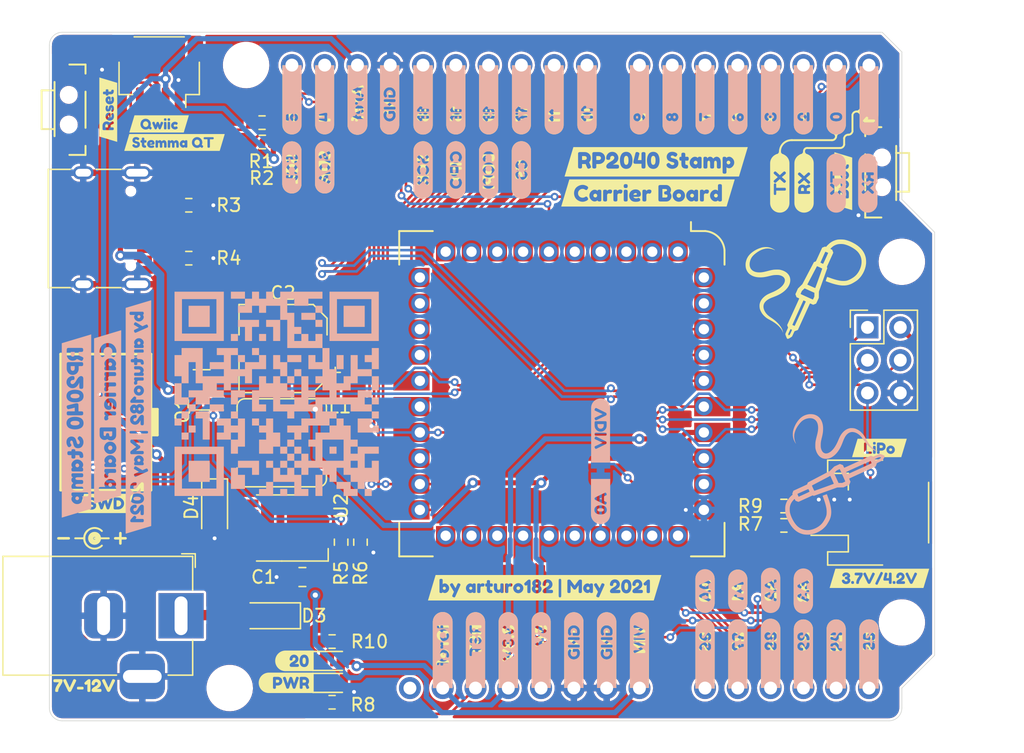
<source format=kicad_pcb>
(kicad_pcb (version 20210824) (generator pcbnew)
  (layers (0 "F.Cu" signal) (31 "B.Cu" signal) (34 "B.Paste" user) (35 "F.Paste" user) (36 "B.SilkS" user "B.Silkscreen") (37 "F.SilkS" user "F.Silkscreen") (38 "B.Mask" user) (39 "F.Mask" user) (44 "Edge.Cuts" user))
  (net 0 "")
  (net 1 "VBUS")
  (net 2 "Net-(J1-PadA5)")
  (net 4 "/USB_D-")
  (net 5 "/USB_D+")
  (net 6 "Net-(J1-PadB5)")
  (net 7 "/COPI")
  (net 8 "+5V")
  (net 10 "/CIPO")
  (net 11 "/A3")
  (net 12 "/GPIO5")
  (net 13 "/GPIO4")
  (net 14 "+3V3")
  (net 15 "GND")
  (net 16 "/A2")
  (net 17 "/A1")
  (net 18 "+BATT")
  (net 19 "VDC")
  (net 20 "/VIN")
  (net 21 "/A0")
  (net 22 "/CS")
  (net 23 "Net-(D1-Pad1)")
  (net 24 "Net-(D2-Pad1)")
  (net 25 "Net-(D4-Pad1)")
  (net 26 "/SWDIO")
  (net 27 "/SWDCLK")
  (net 31 "/~{RESET}")
  (net 32 "/BOOTSEL")
  (net 33 "/GPIO25")
  (net 34 "/GPIO24")
  (net 35 "/GPIO23")
  (net 36 "/GPIO22")
  (net 37 "/GPIO21")
  (net 38 "/GPIO18")
  (net 39 "/GPIO15")
  (net 40 "/GPIO14")
  (net 41 "/GPIO13")
  (net 42 "/GPIO12")
  (net 43 "/GPIO11")
  (net 44 "/GPIO10")
  (net 45 "/GPIO9")
  (net 46 "/GPIO8")
  (net 47 "/GPIO7")
  (net 48 "/GPIO6")
  (net 49 "/GPIO3")
  (net 50 "/GPIO2")
  (net 51 "/GPIO1")
  (net 52 "/GPIO0")
  (net 53 "/VDIV")
  (net 54 "/GPIO20")
  (footprint "Diode_SMD:D_SOD-123" (layer "F.Cu") (at 137.2 115.2 180)
    (fp_text reference "D3")
    (fp_text value "1N5819W")
  )
  (footprint "svg2mod" (layer "F.Cu") (at 173.3296 118.1608 90)
    (fp_text reference "svg2mod" hide)
    (fp_text value "G***" hide)
  )
  (footprint "svg2mod" (layer "F.Cu") (at 156.5656 80.6704 90)
    (fp_text reference "svg2mod" hide)
    (fp_text value "G***" hide)
  )
  (footprint "Resistor_SMD:R_0603_1608Metric" (layer "F.Cu") (at 136.5 78.5 180)
    (fp_text reference "R2")
    (fp_text value "4.7K")
  )
  (footprint "svg2mod" (layer "F.Cu") (at 138.7856 75.2348 90)
    (fp_text reference "svg2mod" hide)
    (fp_text value "G***" hide)
  )
  (footprint "Button_Switch_SMD_Extra:TL3330" (layer "F.Cu") (at 184.5 80.85 90)
    (fp_text reference "SW2" hide)
    (fp_text value "BTN_UP")
  )
  (footprint "svg2mod" (layer "F.Cu") (at 175.8696 113.2332 90)
    (fp_text reference "svg2mod" hide)
    (fp_text value "G***" hide)
  )
  (footprint "svg2mod" (layer "F.Cu") (at 150.4696 117.856 90)
    (fp_text reference "svg2mod" hide)
    (fp_text value "G***" hide)
  )
  (footprint "svg2mod" (layer "F.Cu") (at 170.7896 75.230355 90)
    (fp_text reference "svg2mod" hide)
    (fp_text value "G***" hide)
  )
  (footprint "svg2mod" (layer "F.Cu") (at 178.4604 81.6864 90)
    (fp_text reference "svg2mod" hide)
    (fp_text value "G***" hide)
  )
  (footprint "Connector_JST:JST_PH_S2B-PH-SM4-TB_1x02-1MP_P2.00mm_Horizontal" (layer "F.Cu") (at 183.6 107.2099 90)
    (fp_text reference "J4" hide)
    (fp_text value "Conn_Batt")
  )
  (footprint "svg2mod" (layer "F.Cu") (at 168.2496 75.23988 90)
    (fp_text reference "svg2mod" hide)
    (fp_text value "G***" hide)
  )
  (footprint "Capacitor_SMD:C_0805_2012Metric" (layer "F.Cu") (at 139.6 112.2)
    (fp_text reference "C1")
    (fp_text value "22uF 25V")
  )
  (footprint "svg2mod" (layer "F.Cu") (at 128.5 77.1)
    (fp_text reference "svg2mod" hide)
    (fp_text value "G***" hide)
  )
  (footprint "Connector_PinSocket_2.54mm:PinSocket_1x08_P2.54mm_Vertical" (layer "F.Cu") (at 147.9296 120.8024 90)
    (fp_text reference "J6" hide)
    (fp_text value "Conn_01x08")
  )
  (footprint "svg2mod" (layer "F.Cu") (at 167.005 80.0354)
    (fp_text reference "svg2mod" hide)
    (fp_text value "G***" hide)
  )
  (footprint "Resistor_SMD:R_0603_1608Metric" (layer "F.Cu") (at 136.475 77 180)
    (fp_text reference "R1")
    (fp_text value "4.7K")
  )
  (footprint "svg2mod" (layer "F.Cu") (at 173.3296 75.2348 90)
    (fp_text reference "svg2mod" hide)
    (fp_text value "G***" hide)
  )
  (footprint "svg2mod" (layer "F.Cu") (at 154.0256 75.238292 90)
    (fp_text reference "svg2mod" hide)
    (fp_text value "G***" hide)
  )
  (footprint "svg2mod" (layer "F.Cu") (at 143.8656 75.25131 90)
    (fp_text reference "svg2mod" hide)
    (fp_text value "G***" hide)
  )
  (footprint "svg2mod" (layer "F.Cu") (at 151.4856 80.6704 90)
    (fp_text reference "svg2mod" hide)
    (fp_text value "G***" hide)
  )
  (footprint "Button_Switch_SMD_Extra:TL3330" (layer "F.Cu") (at 121.5 76 -90)
    (fp_text reference "SW1" hide)
    (fp_text value "BTN_UP")
  )
  (footprint "Connector_USB:USB_C_Receptacle_XKB_U262-16XN-4BVC11" (layer "F.Cu") (at 123.7 85.2 -90)
    (fp_text reference "J1" hide)
    (fp_text value "USB_C_Receptacle_USB2.0")
  )
  (footprint "MountingHole:MountingHole_3.2mm_M3" (layer "F.Cu") (at 133.9686 120.7989)
    (fp_text reference "REF**" hide)
    (fp_text value "MountingHole_3.2mm_M3")
  )
  (footprint "svg2mod" (layer "F.Cu") (at 170.7896 113.284 90)
    (fp_text reference "svg2mod" hide)
    (fp_text value "G***" hide)
  )
  (footprint "svg2mod" (layer "F.Cu") (at 138.3284 120.396)
    (fp_text reference "svg2mod" hide)
    (fp_text value "G***" hide)
  )
  (footprint "svg2mod" (layer "F.Cu") (at 183.4896 75.184 90)
    (fp_text reference "svg2mod" hide)
    (fp_text value "G***" hide)
  )
  (footprint "MountingHole:MountingHole_3.2mm_M3" (layer "F.Cu") (at 186.0386 87.7789)
    (fp_text reference "REF**" hide)
    (fp_text value "MountingHole_3.2mm_M3")
  )
  (footprint "svg2mod" (layer "F.Cu") (at 154.0256 80.6704 90)
    (fp_text reference "svg2mod" hide)
    (fp_text value "G***" hide)
  )
  (footprint "svg2mod" (layer "F.Cu") (at 138.95 118.6942)
    (fp_text reference "svg2mod" hide)
    (fp_text value "G***" hide)
  )
  (footprint "Connector_JST:JST_SH_SM04B-SRSS-TB_1x04-1MP_P1.00mm_Horizontal" (layer "F.Cu") (at 128.5076 73.0404 180)
    (fp_text reference "J2" hide)
    (fp_text value "Conn_Stemma_QT")
  )
  (footprint "Resistor_SMD:R_0603_1608Metric" (layer "F.Cu") (at 141.9 121.9)
    (fp_text reference "R8")
    (fp_text value "1K")
  )
  (footprint "svg2mod" (layer "F.Cu") (at 183.4896 118.1608 90)
    (fp_text reference "svg2mod" hide)
    (fp_text value "G***" hide)
  )
  (footprint "Connector_PinSocket_2.54mm:PinSocket_1x06_P2.54mm_Vertical" (layer "F.Cu") (at 170.7896 120.8024 90)
    (fp_text reference "J7" hide)
    (fp_text value "Conn_01x06")
  )
  (footprint "svg2mod" (layer "F.Cu") (at 124.5616 75.9968 90)
    (fp_text reference "svg2mod" hide)
    (fp_text value "G***" hide)
  )
  (footprint "Package_SO:SOP-8_3.9x4.9mm_P1.27mm" (layer "F.Cu") (at 138 108.4 180)
    (fp_text reference "U2")
    (fp_text value "XL1509-5.0")
  )
  (footprint "svg2mod" (layer "F.Cu") (at 178.4096 113.284 90)
    (fp_text reference "svg2mod" hide)
    (fp_text value "G***" hide)
  )
  (footprint "Resistor_SMD:R_0603_1608Metric" (layer "F.Cu") (at 130.8 87.5)
    (fp_text reference "R4")
    (fp_text value "5.1K")
  )
  (footprint "svg2mod" (layer "F.Cu") (at 175.8696 75.238292 90)
    (fp_text reference "svg2mod" hide)
    (fp_text value "G***" hide)
  )
  (footprint "svg2mod" (layer "F.Cu") (at 159.1056 75.2348 90)
    (fp_text reference "svg2mod" hide)
    (fp_text value "G***" hide)
  )
  (footprint "svg2mod" (layer "F.Cu") (at 160.6296 117.861398 90)
    (fp_text reference "svg2mod" hide)
    (fp_text value "G***" hide)
  )
  (footprint "LED_SMD:LED_0603_1608Metric" (layer "F.Cu") (at 141.9 120.4)
    (fp_text reference "D1" hide)
    (fp_text value "LED_PWR")
  )
  (footprint "Resistor_SMD:R_0603_1608Metric" (layer "F.Cu") (at 130.8 83.4)
    (fp_text reference "R3")
    (fp_text value "5.1K")
  )
  (footprint "svg2mod" (layer "F.Cu") (at 155.5496 117.856 90)
    (fp_text reference "svg2mod" hide)
    (fp_text value "G***" hide)
  )
  (footprint "Connector_PinSocket_2.54mm:PinSocket_1x08_P2.54mm_Vertical" (layer "F.Cu") (at 165.7096 72.5424 90)
    (fp_text reference "J9" hide)
    (fp_text value "Conn_01x08")
  )
  (footprint "svg2mod" (layer "F.Cu") (at 141.3256 75.2348 90)
    (fp_text reference "svg2mod" hide)
    (fp_text value "G***" hide)
  )
  (footprint "svg2mod" (layer "F.Cu") (at 158.0896 117.856 90)
    (fp_text reference "svg2mod" hide)
    (fp_text value "G***" hide)
  )
  (footprint "svg2mod" (layer "F.Cu") (at 180.9496 118.1608 90)
    (fp_text reference "svg2mod" hide)
    (fp_text value "G***" hide)
  )
  (footprint "Symbols_Extra:SolderParty-New-Logo_10x8.5mm_SilkScreen" (layer "F.Cu") (at 178.920286 89.577462)
    (fp_text reference "G***" hide)
    (fp_text value "LOGO" hide)
  )
  (footprint "Resistor_SMD:R_0603_1608Metric" (layer "F.Cu") (at 176.9 106.7)
    (fp_text reference "R9")
    (fp_text value "100K")
  )
  (footprint "svg2mod" (layer "F.Cu") (at 148.9456 75.243055 90)
    (fp_text reference "svg2mod" hide)
    (fp_text value "G***" hide)
  )
  (footprint "svg2mod" (layer "F.Cu") (at 173.3296 113.284 90)
    (fp_text reference "svg2mod" hide)
    (fp_text value "G***" hide)
  )
  (footprint "svg2mod" (layer "F.Cu") (at 153.0096 117.856 90)
    (fp_text reference "svg2mod" hide)
    (fp_text value "G***" hide)
  )
  (footprint "svg2mod" (layer "F.Cu") (at 161.6456 75.241785 90)
    (fp_text reference "svg2mod" hide)
    (fp_text value "G***" hide)
  )
  (footprint "MountingHole:MountingHole_3.2mm_M3" (layer "F.Cu") (at 135.2386 72.5389)
    (fp_text reference "REF**" hide)
    (fp_text value "MountingHole_3.2mm_M3")
  )
  (footprint "svg2mod" (layer "F.Cu") (at 166.37 82.4484)
    (fp_text reference "svg2mod" hide)
    (fp_text value "G***" hide)
  )
  (footprint "svg2mod" (layer "F.Cu") (at 156.5656 75.2348 90)
    (fp_text reference "svg2mod" hide)
    (fp_text value "G***" hide)
  )
  (footprint "svg2mod" (layer "F.Cu") (at 165.7096 117.856 90)
    (fp_text reference "svg2mod" hide)
    (fp_text value "G***" hide)
  )
  (footprint "Resistor_SMD:R_0603_1608Metric" (layer "F.Cu") (at 144.1 109.5 -90)
    (fp_text reference "R6")
    (fp_text value "100K")
  )
  (footprint "svg2mod" (layer "F.Cu") (at 178.4096 75.2348 90)
    (fp_text reference "svg2mod" hide)
    (fp_text value "G***" hide)
  )
  (footprint "svg2mod" (layer "F.Cu") (at 129.6924 78.5368)
    (fp_text reference "svg2mod" hide)
    (fp_text value "G***" hide)
  )
  (footprint "svg2mod" (layer "F.Cu") (at 170.7896 118.1608 90)
    (fp_text reference "svg2mod" hide)
    (fp_text value "G***" hide)
  )
  (footprint "svg2mod" (layer "F.Cu") (at 181.5 81.534 90)
    (fp_text reference "svg2mod" hide)
    (fp_text value "G***" hide)
  )
  (footprint "svg2mod" (layer "F.Cu") (at 146.3548 75.24115 90)
    (fp_text reference "svg2mod" hide)
    (fp_text value "G***" hide)
  )
  (footprint "Connector_PinSocket_2.54mm:PinSocket_1x10_P2.54mm_Vertical" (layer "F.Cu") (at 138.7856 72.5424 90)
    (fp_text reference "J8" hide)
    (fp_text value "Conn_01x10")
  )
  (footprint "Resistor_SMD:R_0603_1608Metric" (layer "F.Cu") (at 142.6 109.5 90)
    (fp_text reference "R5")
    (fp_text value "100K")
  )
  (footprint "LED_SMD:LED_0603_1608Metric" (layer "F.Cu") (at 141.9 118.7)
    (fp_text reference "D2" hide)
    (fp_text value "LED_USR")
  )
  (footprint "svg2mod" (layer "F.Cu") (at 175.8696 118.11 90)
    (fp_text reference "svg2mod" hide)
    (fp_text value "G***" hide)
  )
  (footprint "MountingHole:MountingHole_3.2mm_M3" (layer "F.Cu") (at 186.0386 115.7189)
    (fp_text reference "REF**" hide)
    (fp_text value "MountingHole_3.2mm_M3")
  )
  (footprint "svg2mod" (layer "F.Cu") (at 138.7856 80.4672 90)
    (fp_text reference "svg2mod" hide)
    (fp_text value "G***" hide)
  )
  (footprint "svg2mod" (layer "F.Cu") (at 178.4096 118.1608 90)
    (fp_text reference "svg2mod" hide)
    (fp_text value "G***" hide)
  )
  (footprint "RP2040_Stamp:RP2040_Stamp_THT" (layer "F.Cu") (at 159.7 98 -90)
    (fp_text reference "U1" hide)
    (fp_text value "RP2040_Stamp")
  )
  (footprint "svg2mod" (layer "F.Cu") (at 158.369 113.03)
    (fp_text reference "svg2mod" hide)
    (fp_text value "G***" hide)
  )
  (footprint "Connector_PinHeader_2.54mm:PinHeader_2x03_P2.54mm_Vertical" (layer "F.Cu") (at 183.375 92.86)
    (fp_text reference "J3" hide)
    (fp_text value "Conn_SPI")
  )
  (footprint "Capacitor_SMD:CP_Elec_6.3x4.9" (layer "F.Cu") (at 138.1 94.5 180)
    (fp_text reference "C2")
    (fp_text value "100uF 25V")
  )
  (footprint "svg2mod" (layer "F.Cu") (at 124.36825 106.5)
    (fp_text reference "svg2mod" hide)
    (fp_text value "G***" hide)
  )
  (footprint "svg2mod" (layer "F.Cu") (at 184.3 112.3)
    (fp_text reference "svg2mod" hide)
    (fp_text value "G***" hide)
  )
  (footprint "svg2mod" (layer "F.Cu") (at 141.3256 80.4672 90)
    (fp_text reference "svg2mod" hide)
    (fp_text value "G***" hide)
  )
  (footprint "svg2mod" (layer "F.Cu") (at 151.4856 75.238292 90)
    (fp_text reference "svg2mod" hide)
    (fp_text value "G***" hide)
  )
  (footprint "Connector_BarrelJack:BarrelJack_Horizontal" (layer "F.Cu") (at 130.2 115.2)
    (fp_text reference "J5" hide)
    (fp_text value "Barrel_Jack")
  )
  (footprint "svg2mod" (layer "F.Cu") (at 184.3 102.2)
    (fp_text reference "svg2mod" hide)
    (fp_text value "G***" hide)
  )
  (footprint "svg2mod" (layer "F.Cu") (at 176.5808 81.6864 90)
    (fp_text reference "svg2mod" hide)
    (fp_text value "G***" hide)
  )
  (footprint "Resistor_SMD:R_0603_1608Metric" (layer "F.Cu") (at 176.9 108.2 180)
    (fp_text reference "R7")
    (fp_text value "100K")
  )
  (footprint "svg2mod" (layer "F.Cu") (at 165.7096 75.2348 90)
    (fp_text reference "svg2mod" hide)
    (fp_text value "G***" hide)
  )
  (footprint "Package_TO_SOT_SMD:SOT-23" (layer "F.Cu") (at 131.8 97.7 180)
    (fp_text reference "Q1")
    (fp_text value "DMG3415U-7")
  )
  (footprint "svg2mod" (layer "F.Cu") (at 148.9456 80.6704 90)
    (fp_text reference "svg2mod" hide)
    (fp_text value "G***" hide)
  )
  (footprint "svg2mod" (layer "F.Cu") (at 122.7 120.6)
    (fp_text reference "svg2mod" hide)
    (fp_text value "G***" hide)
  )
  (footprint "svg2mod" (layer "F.Cu") (at 163.1696 117.861398 90)
    (fp_text reference "svg2mod" hide)
    (fp_text value "G***" hide)
  )
  (footprint "Diode_SMD:D_SOD-123F" (layer "F.Cu") (at 132.8 106.8 -90)
    (fp_text reference "D4")
    (fp_text value "DSS34")
  )
  (footprint "svg2mod" (layer "F.Cu") (at 180.9496 75.23861 90)
    (fp_text reference "svg2mod" hide)
    (fp_text value "G***" hide)
  )
  (footprint "Inductor_SMD:L_Bourns_SRP7028A_7.3x6.6mm" (layer "F.Cu") (at 138 101.8)
    (fp_text reference "L1")
    (fp_text value "47uH")
  )
  (footprint "Connector_PinHeader_1.27mm_Extra:PinHeader_2x05_P1.27mm_Vertical_SMD_IDC" (layer "F.Cu") (at 124.36825 100.2 90)
    (fp_text reference "J10" hide)
    (fp_text value "Conn_Debug")
  )
  (footprint "Resistor_SMD:R_0603_1608Metric" (layer "F.Cu") (at 141.9 117.2)
    (fp_text reference "R10")
    (fp_text value "1K")
  )
  (footprint "svg2mod" (layer "B.Cu") (at 180.9496 75.23861 -90)
    (fp_text reference "svg2mod" hide)
    (fp_text value "G***" hide)
  )
  (footprint "svg2mod" (layer "B.Cu") (at 151.4856 75.238292 -90)
    (fp_text reference "svg2mod" hide)
    (fp_text value "G***" hide)
  )
  (footprint "svg2mod" (layer "B.Cu") (at 178.4096 118.1608 -90)
    (fp_text reference "svg2mod" hide)
    (fp_text value "G***" hide)
  )
  (footprint "svg2mod" (layer "B.Cu") (at 155.5496 117.856 -90)
    (fp_text reference "svg2mod" hide)
    (fp_text value "G***" hide)
  )
  (footprint "svg2mod" (layer "B.Cu") (at 146.3548 75.24115 -90)
    (fp_text reference "svg2mod" hide)
    (fp_text value "G***" hide)
  )
  (footprint "svg2mod" (layer "B.Cu") (at 183.4 81.6864 -90)
    (fp_text reference "svg2mod" hide)
    (fp_text value "G***" hide)
  )
  (footprint "svg2mod" (layer "B.Cu") (at 178.4096 113.284 -90)
    (fp_text reference "svg2mod" hide)
    (fp_text value "G***" hide)
  )
  (footprint "svg2mod" (layer "B.Cu") (at 173.3296 118.1608 -90)
    (fp_text reference "svg2mod" hide)
    (fp_text value "G***" hide)
  )
  (footprint "svg2mod" (layer "B.Cu") (at 168.2496 75.23988 -90)
    (fp_text reference "svg2mod" hide)
    (fp_text value "G***" hide)
  )
  (footprint "svg2mod" (layer "B.Cu") (at 163.1696 117.861398 -90)
    (fp_text reference "svg2mod" hide)
    (fp_text value "G***" hide)
  )
  (footprint "svg2mod" (layer "B.Cu") (at 175.8696 118.11 -90)
    (fp_text reference "svg2mod" hide)
    (fp_text value "G***" hide)
  )
  (footprint "Symbols_Extra:SolderParty-New-Logo_10x8.5mm_SilkScreen" (layer "B.Cu") (at 180.527462 104.570285 -90)
    (fp_text reference "G***" hide)
    (fp_text value "LOGO" hide)
  )
  (footprint "svg2mod" (layer "B.Cu") (at 159.1056 75.2348 -90)
    (fp_text reference "svg2mod" hide)
    (fp_text value "G***" hide)
  )
  (footprint "svg2mod" (layer "B.Cu") (at 148.9456 75.243055 -90)
    (fp_text reference "svg2mod" hide)
    (fp_text value "G***" hide)
  )
  (footprint "svg2mod" (layer "B.Cu") (at 165.7 117.856 -90)
    (fp_text reference "svg2mod" hide)
    (fp_text value "G***" hide)
  )
  (footprint "svg2mod" (layer "B.Cu") (at 180.9496 118.1608 -90)
    (fp_text reference "svg2mod" hide)
    (fp_text value "G***" hide)
  )
  (footprint "svg2mod" (layer "B.Cu") (at 162.7 100.85 -90)
    (fp_text reference "svg2mod" hide)
    (fp_text value "G***" hide)
  )
  (footprint "svg2mod" (layer "B.Cu") (at 165.7096 75.2348 -90)
    (fp_text reference "svg2mod" hide)
    (fp_text value "G***" hide)
  )
  (footprint "svg2mod" (layer "B.Cu") (at 126.9 99.8 -90)
    (fp_text reference "svg2mod" hide)
    (fp_text value "G***" hide)
  )
  (footprint "svg2mod" (layer "B.Cu") (at 183.4896 75.3 -90)
    (fp_text reference "svg2mod" hide)
    (fp_text value "G***" hide)
  )
  (footprint "svg2mod" (layer "B.Cu") (at 173.3296 75.2348 -90)
    (fp_text reference "svg2mod" hide)
    (fp_text value "G***" hide)
  )
  (footprint "Jumper:SolderJumper-2_P1.3mm_Bridged_RoundedPad1.0x1.5mm" (layer "B.Cu") (at 162.7 103.95 90)
    (fp_text reference "JP1" hide)
    (fp_text value "JP_VDIV")
  )
  (footprint "svg2mod" (layer "B.Cu") (at 178.4096 75.2348 -90)
    (fp_text reference "svg2mod" hide)
    (fp_text value "G***" hide)
  )
  (footprint "svg2mod" (layer "B.Cu") (at 158.0896 117.856 -90)
    (fp_text reference "svg2mod" hide)
    (fp_text value "G***" hide)
  )
  (footprint "svg2mod" (layer "B.Cu") (at 141.3256 75.2348 -90)
    (fp_text reference "svg2mod" hide)
    (fp_text value "G***" hide)
  )
  (footprint "svg2mod" (layer "B.Cu") (at 124.513 99.8 -90)
    (fp_text reference "svg2mod" hide)
    (fp_text value "G***" hide)
  )
  (footprint "svg2mod" (layer "B.Cu") (at 156.5656 75.2348 -90)
    (fp_text reference "svg2mod" hide)
    (fp_text value "G***" hide)
  )
  (footprint "svg2mod" (layer "B.Cu") (at 122.1 100.5 -90)
    (fp_text reference "svg2mod" hide)
    (fp_text value "G***" hide)
  )
  (footprint "svg2mod" (layer "B.Cu") (at 150.4696 117.856 -90)
    (fp_text reference "svg2mod" hide)
    (fp_text value "G***" hide)
  )
  (footprint "svg2mod" (layer "B.Cu") (at 154.0256 80.6704 -90)
    (fp_text reference "svg2mod" hide)
    (fp_text value "G***" hide)
  )
  (footprint "svg2mod" (layer "B.Cu") (at 170.7896 75.230355 -90)
    (fp_text reference "svg2mod" hide)
    (fp_text value "G***" hide)
  )
  (footprint "svg2mod" (layer "B.Cu") (at 175.8696 75.238292 -90)
    (fp_text reference "svg2mod" hide)
    (fp_text value "G***" hide)
  )
  (footprint "LOGO" (layer "B.Cu") (at 137.6 98 -90)
    (fp_text reference "G***" hide)
    (fp_text value "LOGO" hide)
  )
  (footprint "svg2mod" (layer "B.Cu") (at 162.7 106.35 -90)
    (fp_text reference "svg2mod" hide)
    (fp_text value "G***" hide)
  )
  (footprint "svg2mod" (layer "B.Cu") (at 180.95 81.6864 -90)
    (fp_text reference "svg2mod" hide)
    (fp_text value "G***" hide)
  )
  (footprint "svg2mod" (layer "B.Cu") (at 138.8 75.2348 -90)
    (fp_text reference "svg2mod" hide)
    (fp_text value "G***" hide)
  )
  (footprint "svg2mod" (layer "B.Cu") (at 183.4896 118.1608 -90)
    (fp_text reference "svg2mod" hide)
    (fp_text value "G***" hide)
  )
  (footprint "svg2mod" (layer "B.Cu") (at 151.4856 80.6704 -90)
    (fp_text reference "svg2mod" hide)
    (fp_text value "G***" hide)
  )
  (footprint "svg2mod" (layer "B.Cu") (at 160.6296 117.861398 -90)
    (fp_text reference "svg2mod" hide)
    (fp_text value "G***" hide)
  )
  (footprint "svg2mod" (layer "B.Cu") (at 141.3256 80.4672 -90)
    (fp_text reference "svg2mod" hide)
    (fp_text value "G***" hide)
  )
  (footprint "svg2mod" (layer "B.Cu") (at 153.0096 117.856 -90)
    (fp_text reference "svg2mod" hide)
    (fp_text value "G***" hide)
  )
  (footprint "svg2mod" (layer "B.Cu") (at 138.7856 80.4672 -90)
    (fp_text reference "svg2mod" hide)
    (fp_text value "G***" hide)
  )
  (footprint "svg2mod" (layer "B.Cu") (at 143.8656 75.25131 -90)
    (fp_text reference "svg2mod" hide)
    (fp_text value "G***" hide)
  )
  (footprint "svg2mod" (layer "B.Cu") (at 175.8696 113.2332 -90)
    (fp_text reference "svg2mod" hide)
    (fp_text value "G***" hide)
  )
  (footprint "svg2mod" (layer "B.Cu") (at 170.7896 113.284 -90)
    (fp_text reference "svg2mod" hide)
    (fp_text value "G***" hide)
  )
  (footprint "svg2mod" (layer "B.Cu") (at 156.5656 80.6704 -90)
    (fp_text reference "svg2mod" hide)
    (fp_text value "G***" hide)
  )
  (footprint "svg2mod" (layer "B.Cu") (at 154.0256 75.238292 -90)
    (fp_text reference "svg2mod" hide)
    (fp_text value "G***" hide)
  )
  (footprint "svg2mod" (layer "B.Cu") (at 170.7896 118.1608 -90)
    (fp_text reference "svg2mod" hide)
    (fp_text value "G***" hide)
  )
  (footprint "svg2mod" (layer "B.Cu") (at 148.9456 80.6704 -90)
    (fp_text reference "svg2mod" hide)
    (fp_text value "G***" hide)
  )
  (footprint "svg2mod" (layer "B.Cu") (at 173.3296 113.284 -90)
    (fp_text reference "svg2mod" hide)
    (fp_text value "G***" hide)
  )
  (footprint "svg2mod" (layer "B.Cu") (at 161.6456 75.241785 -90)
    (fp_text reference "svg2mod" hide)
    (fp_text value "G***" hide)
  )
  (gr_line (start 125.5 109.2) (end 125.9 109.2) (layer "F.SilkS") (width 0.2))
  (gr_arc (start 176.285546 79.2226) (end 176.593126 79.2226) (angle 82.29198408) (layer "F.SilkS") (width 0.15))
  (gr_arc (start 176.90617 79.2226) (end 176.8348 79.5274) (angle 76.82141771) (layer "F.SilkS") (width 0.15))
  (gr_arc (start 180.624534 78.036903) (end 180.6194 78.359) (angle -80.28923893) (layer "F.SilkS") (width 0.15))
  (gr_arc (start 182.533107 76.44833) (end 182.533107 76.14075) (angle 82.29198408) (layer "F.SilkS") (width 0.15))
  (gr_line (start 121.1 109.2) (end 120.7 109.2) (layer "F.SilkS") (width 0.2))
  (gr_circle (center 123.5 109.2) (end 123.6 109.2) (layer "F.SilkS") (width 0.4) (fill none))
  (gr_line (start 123.5 109.2) (end 124.6 109.2) (layer "F.SilkS") (width 0.15))
  (gr_arc (start 182.533107 75.827706) (end 182.837907 75.899076) (angle 76.82141771) (layer "F.SilkS") (width 0.15))
  (gr_arc (start 182.527973 76.462847) (end 182.533107 76.14075) (angle -80.28923893) (layer "F.SilkS") (width 0.15))
  (gr_arc (start 181.251241 78.646503) (end 181.246107 78.9686) (angle -80.28923893) (layer "F.SilkS") (width 0.15))
  (gr_line (start 125.5 109.2) (end 125.1 109.2) (layer "F.SilkS") (width 0.2))
  (gr_line (start 122.7 109.2) (end 122 109.2) (layer "F.SilkS") (width 0.15))
  (gr_arc (start 178.15282 79.2226) (end 178.4604 79.2226) (angle 82.29198408) (layer "F.SilkS") (width 0.15))
  (gr_arc (start 178.694533 79.202733) (end 178.7144 78.9686) (angle -99.7002562) (layer "F.SilkS") (width 0.15))
  (gr_arc (start 181.24873 78.096293) (end 180.94115 78.096293) (angle 82.29198408) (layer "F.SilkS") (width 0.15))
  (gr_arc (start 177.48645 79.25216) (end 177.5206 78.359) (angle -90.2944193) (layer "F.SilkS") (width 0.15))
  (gr_line (start 182.211357 77.6732) (end 182.211357 76.403457) (layer "F.SilkS") (width 0.15))
  (gr_line (start 178.7144 78.9686) (end 181.246107 78.9686) (layer "F.SilkS") (width 0.15))
  (gr_line (start 181.567857 78.198614) (end 181.567857 78.705893) (layer "F.SilkS") (width 0.15))
  (gr_line (start 125.5 109.2) (end 125.5 108.8) (layer "F.SilkS") (width 0.2))
  (gr_line (start 125.5 109.2) (end 125.5 109.6) (layer "F.SilkS") (width 0.2))
  (gr_arc (start 123.5 109.2) (end 124.065685 108.634315) (angle -180) (layer "F.SilkS") (width 0.15))
  (gr_arc (start 178.773444 79.2226) (end 178.702074 79.5274) (angle 76.82141771) (layer "F.SilkS") (width 0.15))
  (gr_line (start 177.5206 78.359) (end 180.6194 78.359) (layer "F.SilkS") (width 0.15))
  (gr_arc (start 181.884473 78.258004) (end 181.889607 77.935907) (angle -80.28923893) (layer "F.SilkS") (width 0.15))
  (gr_line (start 121.1 109.2) (end 121.5 109.2) (layer "F.SilkS") (width 0.2))
  (gr_arc (start 181.894741 77.61381) (end 181.889607 77.935907) (angle -80.28923893) (layer "F.SilkS") (width 0.15))
  (gr_poly (pts (xy 127.86825 105.47) (xy 126.61825 105.45) (xy 127.86825 104.2)) (layer "F.SilkS") (width 0.15) (fill solid))
  (gr_arc (start 180.628106 78.096293) (end 180.699476 77.791493) (angle 76.82141771) (layer "F.SilkS") (width 0.15))
  (gr_arc (start 123.5 109.2) (end 122.934315 108.634315) (angle -180) (layer "F.SilkS") (width 0.15))
  (gr_arc (start 185.0386 122.3389) (end 186.0386 122.3389) (angle 90) (layer "Edge.Cuts") (width 0.05))
  (gr_arc (start 120.9986 122.3389) (end 120.9986 123.3389) (angle 90) (layer "Edge.Cuts") (width 0.05))
  (gr_line (start 184.5146 69.9989) (end 186.0386 71.5229) (layer "Edge.Cuts") (width 0.05))
  (gr_line (start 120.9986 69.9989) (end 184.5146 69.9989) (layer "Edge.Cuts") (width 0.05))
  (gr_line (start 185.0386 123.3389) (end 120.9986 123.3389) (layer "Edge.Cuts") (width 0.05))
  (gr_line (start 188.5786 85.4929) (end 188.578601 118.2589) (layer "Edge.Cuts") (width 0.05))
  (gr_arc (start 120.9986 70.9989) (end 119.9986 70.9989) (angle 90) (layer "Edge.Cuts") (width 0.05))
  (gr_line (start 186.0386 71.5229) (end 186.038599 82.9529) (layer "Edge.Cuts") (width 0.05))
  (gr_line (start 186.038599 82.9529) (end 188.5786 85.4929) (layer "Edge.Cuts") (width 0.05))
  (gr_line (start 119.9986 122.3389) (end 119.9986 70.9989) (layer "Edge.Cuts") (width 0.05))
  (gr_line (start 188.578601 118.2589) (end 186.0386 120.7989) (layer "Edge.Cuts") (width 0.05))
  (gr_line (start 186.0386 120.7989) (end 186.0386 122.3389) (layer "Edge.Cuts") (width 0.05))
  (segment (start 142.6 108.675) (end 142.6 107.7) (width 0.2) (layer "F.Cu") (net 0))
  (segment (start 132.7 98.6875) (end 132.7375 98.65) (width 0.2) (layer "F.Cu") (net 0))
  (segment (start 132.7 99.7) (end 132.7 98.6875) (width 0.2) (layer "F.Cu") (net 0))
  (segment (start 144.1 108.675) (end 142.6 108.675) (width 0.2) (layer "F.Cu") (net 0))
  (via (at 132.7 99.7) (size 0.6) (drill 0.3) (layers "F.Cu" "B.Cu") (net 0))
  (via (at 142.6 107.7) (size 0.6) (drill 0.3) (layers "F.Cu" "B.Cu") (net 0))
  (segment (start 142.6 107.7) (end 137.2 107.7) (width 0.2) (layer "B.Cu") (net 0))
  (segment (start 137.2 107.7) (end 132.7 103.2) (width 0.2) (layer "B.Cu") (net 0))
  (segment (start 132.7 103.2) (end 132.7 99.7) (width 0.2) (layer "B.Cu") (net 0))
  (segment (start 127.37 87.45) (end 126.65 87.45) (width 0.4) (layer "F.Cu") (net 1))
  (segment (start 127.184989 82.9) (end 126.604995 82.9) (width 0.35) (layer "F.Cu") (net 1))
  (segment (start 130.8625 97.7) (end 129.2 97.7) (width 0.6) (layer "F.Cu") (net 1))
  (segment (start 125.5 87.3) (end 126.5 87.3) (width 0.4) (layer "F.Cu") (net 1))
  (segment (start 125.5 84.004995) (end 125.5 87.3) (width 0.4) (layer "F.Cu") (net 1))
  (segment (start 126.604995 82.9) (end 125.5 84.004995) (width 0.35) (layer "F.Cu") (net 1))
  (segment (start 126.5 87.3) (end 126.6 87.4) (width 0.4) (layer "F.Cu") (net 1))
  (segment (start 126.65 87.45) (end 126.6 87.4) (width 0.2) (layer "F.Cu") (net 1))
  (via (at 129.2 97.7) (size 0.8) (drill 0.4) (layers "F.Cu" "B.Cu") (net 1))
  (via (at 125.5 87.3) (size 0.8) (drill 0.4) (layers "F.Cu" "B.Cu") (net 1))
  (segment (start 128.6 88.8) (end 127.1 87.3) (width 0.6) (layer "B.Cu") (net 1))
  (segment (start 128.6 97.1) (end 128.6 88.8) (width 0.6) (layer "B.Cu") (net 1))
  (segment (start 129.2 97.7) (end 128.6 97.1) (width 0.6) (layer "B.Cu") (net 1))
  (segment (start 127.1 87.3) (end 125.5 87.3) (width 0.6) (layer "B.Cu") (net 1))
  (segment (start 127.37 83.95) (end 128.45 83.95) (width 0.25) (layer "F.Cu") (net 2))
  (segment (start 129 83.4) (end 129.975 83.4) (width 0.25) (layer "F.Cu") (net 2))
  (segment (start 128.45 83.95) (end 129 83.4) (width 0.25) (layer "F.Cu") (net 2))
  (segment (start 163.699999 98.225001) (end 163.5 98.425) (width 0.2) (layer "F.Cu") (net 4))
  (segment (start 126.545489 84.600391) (end 126.545489 85.299609) (width 0.2) (layer "F.Cu") (net 4))
  (segment (start 168.225001 98.225001) (end 163.699999 98.225001) (width 0.2) (layer "F.Cu") (net 4))
  (segment (start 171.35 99) (end 169 99) (width 0.2) (layer "F.Cu") (net 4))
  (segment (start 141.324999 88.525001) (end 141.990009 88.525001) (width 0.2) (layer "F.Cu") (net 4))
  (segment (start 128.232501 84.45) (end 127.37 84.45) (width 0.2) (layer "F.Cu") (net 4))
  (segment (start 126.69588 85.45) (end 127.37 85.45) (width 0.2) (layer "F.Cu") (net 4))
  (segment (start 140.6182 84.475) (end 128.257501 84.475) (width 0.2) (layer "F.Cu") (net 4))
  (segment (start 169 99) (end 168.225001 98.225001) (width 0.2) (layer "F.Cu") (net 4))
  (segment (start 141.324999 88.525001) (end 141.125 88.725) (width 0.2) (layer "F.Cu") (net 4))
  (segment (start 141.827481 88.525) (end 141.324999 88.525001) (width 0.2) (layer "F.Cu") (net 4))
  (segment (start 142.75 86.6068) (end 140.6182 84.475) (width 0.2) (layer "F.Cu") (net 4))
  (segment (start 142.75 87.76501) (end 142.75 86.6068) (width 0.2) (layer "F.Cu") (net 4))
  (segment (start 128.257501 84.475) (end 128.232501 84.45) (width 0.2) (layer "F.Cu") (net 4))
  (segment (start 141.990009 88.525001) (end 142.75 87.76501) (width 0.2) (layer "F.Cu") (net 4))
  (segment (start 127.37 84.45) (end 126.69588 84.45) (width 0.2) (layer "F.Cu") (net 4))
  (segment (start 126.69588 84.45) (end 126.545489 84.600391) (width 0.2) (layer "F.Cu") (net 4))
  (segment (start 126.545489 85.299609) (end 126.69588 85.45) (width 0.2) (layer "F.Cu") (net 4))
  (via (at 163.5 98.425) (size 0.6) (drill 0.3) (layers "F.Cu" "B.Cu") (net 4))
  (via (at 141.125 88.725) (size 0.6) (drill 0.3) (layers "F.Cu" "B.Cu") (net 4))
  (via (at 163.5 98.425) (size 0.6) (drill 0.3) (layers "F.Cu" "B.Cu") (net 4))
  (via (at 141.125 88.725) (size 0.6) (drill 0.3) (layers "F.Cu" "B.Cu") (net 4))
  (via (at 141.125 88.725) (size 0.6) (drill 0.3) (layers "F.Cu" "B.Cu") (net 4))
  (segment (start 143.793199 88.525001) (end 144.9932 87.325) (width 0.2) (layer "B.Cu") (net 4))
  (segment (start 159.706801 98.225001) (end 163.300001 98.225001) (width 0.2) (layer "B.Cu") (net 4))
  (segment (start 163.300001 98.225001) (end 163.5 98.425) (width 0.2) (layer "B.Cu") (net 4))
  (segment (start 144.9932 87.325) (end 148.8068 87.325) (width 0.2) (layer "B.Cu") (net 4))
  (segment (start 141.324999 88.525001) (end 143.793199 88.525001) (width 0.2) (layer "B.Cu") (net 4))
  (segment (start 148.8068 87.325) (end 159.706801 98.225001) (width 0.2) (layer "B.Cu") (net 4))
  (segment (start 141.125 88.725) (end 141.324999 88.525001) (width 0.2) (layer "B.Cu") (net 4))
  (segment (start 168.225001 97.774999) (end 163.699999 97.774999) (width 0.2) (layer "F.Cu") (net 5))
  (segment (start 127.37 85.95) (end 128.145 85.95) (width 0.2) (layer "F.Cu") (net 5))
  (segment (start 142.3 86.7932) (end 140.4318 84.925) (width 0.2) (layer "F.Cu") (net 5))
  (segment (start 128.232501 84.95) (end 127.37 84.95) (width 0.2) (layer "F.Cu") (net 5))
  (segment (start 128.145 85.95) (end 128.375 85.72) (width 0.2) (layer "F.Cu") (net 5))
  (segment (start 128.375 84.925) (end 128.257501 84.925) (width 0.2) (layer "F.Cu") (net 5))
  (segment (start 128.375 85.72) (end 128.375 84.925) (width 0.2) (layer "F.Cu") (net 5))
  (segment (start 141.324999 88.074999) (end 141.804293 88.074999) (width 0.2) (layer "F.Cu") (net 5))
  (segment (start 128.257501 84.925) (end 128.232501 84.95) (width 0.2) (layer "F.Cu") (net 5))
  (segment (start 142.3 87.579292) (end 142.3 86.7932) (width 0.2) (layer "F.Cu") (net 5))
  (segment (start 141.804293 88.074999) (end 142.3 87.579292) (width 0.2) (layer "F.Cu") (net 5))
  (segment (start 169 97) (end 168.225001 97.774999) (width 0.2) (layer "F.Cu") (net 5))
  (segment (start 141.324999 88.074999) (end 141.125 87.875) (width 0.2) (layer "F.Cu") (net 5))
  (segment (start 171.35 97) (end 169 97) (width 0.2) (layer "F.Cu") (net 5))
  (segment (start 140.4318 84.925) (end 128.257501 84.925) (width 0.2) (layer "F.Cu") (net 5))
  (segment (start 163.699999 97.774999) (end 163.5 97.575) (width 0.2) (layer "F.Cu") (net 5))
  (via (at 141.125 87.875) (size 0.6) (drill 0.3) (layers "F.Cu" "B.Cu") (net 5))
  (via (at 141.125 87.875) (size 0.6) (drill 0.3) (layers "F.Cu" "B.Cu") (net 5))
  (via (at 141.125 87.875) (size 0.6) (drill 0.3) (layers "F.Cu" "B.Cu") (net 5))
  (via (at 163.5 97.575) (size 0.6) (drill 0.3) (layers "F.Cu" "B.Cu") (net 5))
  (via (at 163.5 97.575) (size 0.6) (drill 0.3) (layers "F.Cu" "B.Cu") (net 5))
  (segment (start 148.9932 86.875) (end 159.893199 97.774999) (width 0.2) (layer "B.Cu") (net 5))
  (segment (start 143.606801 88.074999) (end 144.8068 86.875) (width 0.2) (layer "B.Cu") (net 5))
  (segment (start 159.893199 97.774999) (end 163.300001 97.774999) (width 0.2) (layer "B.Cu") (net 5))
  (segment (start 141.125 87.875) (end 141.324999 88.074999) (width 0.2) (layer "B.Cu") (net 5))
  (segment (start 144.8068 86.875) (end 148.9932 86.875) (width 0.2) (layer "B.Cu") (net 5))
  (segment (start 141.324999 88.074999) (end 143.606801 88.074999) (width 0.2) (layer "B.Cu") (net 5))
  (segment (start 163.300001 97.774999) (end 163.5 97.575) (width 0.2) (layer "B.Cu") (net 5))
  (segment (start 127.37 86.95) (end 128.45 86.95) (width 0.25) (layer "F.Cu") (net 6))
  (segment (start 129 87.5) (end 129.975 87.5) (width 0.25) (layer "F.Cu") (net 6))
  (segment (start 128.45 86.95) (end 129 87.5) (width 0.25) (layer "F.Cu") (net 6))
  (segment (start 150.24952 106.55048) (end 150.24952 102.544776) (width 0.2) (layer "F.Cu") (net 7))
  (segment (start 150.24952 102.544776) (end 151.095256 101.69904) (width 0.2) (layer "F.Cu") (net 7))
  (segment (start 158.45048 100.24952) (end 157.000958 101.69904) (width 0.2) (layer "F.Cu") (net 7))
  (segment (start 151.895256 101.69904) (end 155.20096 101.69904) (width 0.2) (layer "F.Cu") (net 7))
  (segment (start 174.4 100.749503) (end 174.639089 100.749503) (width 0.2) (layer "F.Cu") (net 7))
  (segment (start 149.8 107) (end 150.24952 106.55048) (width 0.2) (layer "F.Cu") (net 7))
  (segment (start 151.095256 101.69904) (end 151.895256 101.69904) (width 0.2) (layer "F.Cu") (net 7))
  (segment (start 146.45 107) (end 148.05 107) (width 0.2) (layer "F.Cu") (net 7))
  (segment (start 157.000958 101.69904) (end 151.895256 101.69904) (width 0.2) (layer "F.Cu") (net 7))
  (segment (start 174.639089 100.749503) (end 178.688592 96.7) (width 0.2) (layer "F.Cu") (net 7))
  (segment (start 145.50096 86.19904) (end 145.50096 106.05096) (width 0.2) (layer "F.Cu") (net 7))
  (segment (start 166.936243 100.24952) (end 158.45048 100.24952) (width 0.2) (layer "F.Cu") (net 7))
  (segment (start 167.5 100.749503) (end 167.436226 100.749503) (width 0.2) (layer "F.Cu") (net 7))
  (segment (start 148.05 107) (end 149.8 107) (width 0.2) (layer "F.Cu") (net 7))
  (segment (start 184.615 96.7) (end 185.915 95.4) (width 0.2) (layer "F.Cu") (net 7))
  (segment (start 167.436226 100.749503) (end 166.936243 100.24952) (width 0.2) (layer "F.Cu") (net 7))
  (segment (start 154.0256 77.6744) (end 145.50096 86.19904) (width 0.2) (layer "F.Cu") (net 7))
  (segment (start 145.50096 106.05096) (end 146.45 107) (width 0.2) (layer "F.Cu") (net 7))
  (segment (start 178.688592 96.7) (end 184.615 96.7) (width 0.2) (layer "F.Cu") (net 7))
  (segment (start 154.0256 72.5424) (end 154.0256 77.6744) (width 0.2) (layer "F.Cu") (net 7))
  (via (at 167.5 100.749503) (size 0.6) (drill 0.3) (layers "F.Cu" "B.Cu") (net 7))
  (via (at 174.4 100.749503) (size 0.6) (drill 0.3) (layers "F.Cu" "B.Cu") (net 7))
  (segment (start 171.124752 102) (end 172.375249 100.749503) (width 0.2) (layer "B.Cu") (net 7))
  (segment (start 167.5 100.749503) (end 169.049503 100.749503) (width 0.2) (layer "B.Cu") (net 7))
  (segment (start 172.375249 100.749503) (end 174.4 100.749503) (width 0.2) (layer "B.Cu") (net 7))
  (segment (start 169.049503 100.749503) (end 170.3 102) (width 0.2) (layer "B.Cu") (net 7))
  (segment (start 170.3 102) (end 171.124752 102) (width 0.2) (layer "B.Cu") (net 7))
  (segment (start 160 103) (end 158.1 104.9) (width 0.4) (layer "F.Cu") (net 8))
  (segment (start 132.7375 96.75) (end 138.65 96.75) (width 0.6) (layer "F.Cu") (net 8))
  (segment (start 171.35 103) (end 160 103) (width 0.4) (layer "F.Cu") (net 8))
  (segment (start 138.65 96.75) (end 140.9 94.5) (width 0.6) (layer "F.Cu") (net 8))
  (segment (start 185.915 92.86) (end 187.6 94.545) (width 0.4) (layer "F.Cu") (net 8))
  (segment (start 183.2 103) (end 171.35 103) (width 0.4) (layer "F.Cu") (net 8))
  (segment (start 152.8 104.9) (end 158.1 104.9) (width 0.4) (layer "F.Cu") (net 8))
  (segment (start 187.6 98.6) (end 183.2 103) (width 0.4) (layer "F.Cu") (net 8))
  (segment (start 187.6 94.545) (end 187.6 98.6) (width 0.4) (layer "F.Cu") (net 8))
  (via (at 140.6 99.2) (size 0.8) (drill 0.4) (layers "F.Cu" "B.Cu") (net 8))
  (via (at 158.1 104.9) (size 0.8) (drill 0.4) (layers "F.Cu" "B.Cu") (net 8))
  (via (at 152.8 104.9) (size 0.8) (drill 0.4) (layers "F.Cu" "B.Cu") (net 8))
  (segment (start 158.0896 120.8024) (end 158.0896 111.0896) (width 0.4) (layer "B.Cu") (net 8))
  (segment (start 140.6 102.9) (end 140.6 99.2) (width 0.4) (layer "B.Cu") (net 8))
  (segment (start 158.1 104.9) (end 158.0896 104.9104) (width 0.4) (layer "B.Cu") (net 8))
  (segment (start 152.8 104.9) (end 149.5 108.2) (width 0.4) (layer "B.Cu") (net 8))
  (segment (start 157.7 105.3) (end 157.7 108.6) (width 0.4) (layer "B.Cu") (net 8))
  (segment (start 157.7 110.7) (end 157.7 109.3) (width 0.4) (layer "B.Cu") (net 8))
  (segment (start 145.9 108.2) (end 140.6 102.9) (width 0.4) (layer "B.Cu") (net 8))
  (segment (start 158.0896 111.0896) (end 157.7 110.7) (width 0.4) (layer "B.Cu") (net 8))
  (segment (start 149.5 108.2) (end 145.9 108.2) (width 0.4) (layer "B.Cu") (net 8))
  (segment (start 157.7 108.6) (end 157.7 109.3) (width 0.2) (layer "B.Cu") (net 8))
  (segment (start 158.1 104.9) (end 157.7 105.3) (width 0.4) (layer "B.Cu") (net 8))
  (segment (start 167.5 99.250497) (end 167.336226 99.250497) (width 0.2) (layer "F.Cu") (net 10))
  (segment (start 175.149505 99.250497) (end 178.399042 96.00096) (width 0.2) (layer "F.Cu") (net 10))
  (segment (start 178.399042 96.00096) (end 180.23404 96.00096) (width 0.2) (layer "F.Cu") (net 10))
  (segment (start 158.160927 99.550481) (end 156.711408 101) (width 0.2) (layer "F.Cu") (net 10))
  (segment (start 174.4 99.250497) (end 175.149505 99.250497) (width 0.2) (layer "F.Cu") (net 10))
  (segment (start 180.23404 96.00096) (end 183.375 92.86) (width 0.2) (layer "F.Cu") (net 10))
  (segment (start 145.151441 86.054263) (end 145.15144 88.34856) (width 0.2) (layer "F.Cu") (net 10))
  (segment (start 167.036242 99.550481) (end 158.160927 99.550481) (width 0.2) (layer "F.Cu") (net 10))
  (segment (start 151.4856 72.5424) (end 151.4856 79.720104) (width 0.2) (layer "F.Cu") (net 10))
  (segment (start 167.336226 99.250497) (end 167.036242 99.550481) (width 0.2) (layer "F.Cu") (net 10))
  (segment (start 145.15144 88.34856) (end 145.15144 100.30002) (width 0.2) (layer "F.Cu") (net 10))
  (segment (start 145.15144 100.30002) (end 144.95146 100.5) (width 0.2) (layer "F.Cu") (net 10))
  (segment (start 151.4856 79.720104) (end 145.151441 86.054263) (width 0.2) (layer "F.Cu") (net 10))
  (segment (start 156.711408 101) (end 150.1 101) (width 0.2) (layer "F.Cu") (net 10))
  (segment (start 150.1 101) (end 148.05 101) (width 0.2) (layer "F.Cu") (net 10))
  (via (at 150.1 101) (size 0.6) (drill 0.3) (layers "F.Cu" "B.Cu") (net 10))
  (via (at 167.5 99.250497) (size 0.6) (drill 0.3) (layers "F.Cu" "B.Cu") (net 10))
  (via (at 144.95146 100.5) (size 0.6) (drill 0.3) (layers "F.Cu" "B.Cu") (net 10))
  (via (at 174.4 99.250497) (size 0.6) (drill 0.3) (layers "F.Cu" "B.Cu") (net 10))
  (segment (start 144.95146 100.5) (end 145.45146 101) (width 0.2) (layer "B.Cu") (net 10))
  (segment (start 167.5 99.250497) (end 169.049503 99.250497) (width 0.2) (layer "B.Cu") (net 10))
  (segment (start 169.049503 99.250497) (end 170.3 98) (width 0.2) (layer "B.Cu") (net 10))
  (segment (start 170.3 98) (end 171.1 98) (width 0.2) (layer "B.Cu") (net 10))
  (segment (start 171.1 98) (end 172.350497 99.250497) (width 0.2) (layer "B.Cu") (net 10))
  (segment (start 172.350497 99.250497) (end 174.4 99.250497) (width 0.2) (layer "B.Cu") (net 10))
  (segment (start 145.45146 101) (end 150.1 101) (width 0.2) (layer "B.Cu") (net 10))
  (segment (start 168.7 111.0928) (end 168.7 109.65) (width 0.2) (layer "F.Cu") (net 11))
  (segment (start 175.6 119) (end 168.7 112.1) (width 0.2) (layer "F.Cu") (net 11))
  (segment (start 178.4096 120.8024) (end 176.6072 119) (width 0.2) (layer "F.Cu") (net 11))
  (segment (start 168.7 112.1) (end 168.7 109.65) (width 0.2) (layer "F.Cu") (net 11))
  (segment (start 176.6072 119) (end 175.6 119) (width 0.2) (layer "F.Cu") (net 11))
  (segment (start 158.7 83.4) (end 158.588556 83.288556) (width 0.2) (layer "F.Cu") (net 12))
  (segment (start 127.0076 75.9615) (end 127.0076 75.0404) (width 0.2) (layer "F.Cu") (net 12))
  (segment (start 147.254133 81.148429) (end 141.505704 75.4) (width 0.2) (layer "F.Cu") (net 12))
  (segment (start 138.7856 72.5424) (end 138.7856 73.9144) (width 0.2) (layer "F.Cu") (net 12))
  (segment (start 137.2 74.4) (end 137.05 74.55) (width 0.2) (layer "F.Cu") (net 12))
  (segment (start 147.279401 82.654896) (end 147.279401 82.408278) (width 0.2) (layer "F.Cu") (net 12))
  (segment (start 158.7 86.35) (end 158.7 83.4) (width 0.2) (layer "F.Cu") (net 12))
  (segment (start 138.7856 73.9144) (end 138.3 74.4) (width 0.2) (layer "F.Cu") (net 12))
  (segment (start 138.3 74.4) (end 137.2 74.4) (width 0.2) (layer "F.Cu") (net 12))
  (segment (start 135.65 77) (end 135.09952 77.55048) (width 0.2) (layer "F.Cu") (net 12))
  (segment (start 141.505704 75.4) (end 140.1 75.4) (width 0.2) (layer "F.Cu") (net 12))
  (segment (start 147.279401 82.408278) (end 147.254133 82.38301) (width 0.2) (layer "F.Cu") (net 12))
  (segment (start 135.09952 77.55048) (end 128.59658 77.55048) (width 0.2) (layer "F.Cu") (net 12))
  (segment (start 147.254133 82.38301) (end 147.254133 81.148429) (width 0.2) (layer "F.Cu") (net 12))
  (segment (start 135.65 75.95) (end 135.65 77) (width 0.2) (layer "F.Cu") (net 12))
  (segment (start 137.2 74.4) (end 135.65 75.95) (width 0.2) (layer "F.Cu") (net 12))
  (segment (start 128.59658 77.55048) (end 127.0076 75.9615) (width 0.2) (layer "F.Cu") (net 12))
  (via (at 158.588556 83.288556) (size 0.6) (drill 0.3) (layers "F.Cu" "B.Cu") (net 12))
  (via (at 140.1 75.4) (size 0.6) (drill 0.3) (layers "F.Cu" "B.Cu") (net 12))
  (via (at 147.279401 82.654896) (size 0.6) (drill 0.3) (layers "F.Cu" "B.Cu") (net 12))
  (segment (start 140.1 75.4) (end 138.7856 74.0856) (width 0.2) (layer "B.Cu") (net 12))
  (segment (start 138.7856 74.0856) (end 138.7856 72.5424) (width 0.2) (layer "B.Cu") (net 12))
  (segment (start 147.913061 83.288556) (end 158.588556 83.288556) (width 0.2) (layer "B.Cu") (net 12))
  (segment (start 147.279401 82.654896) (end 147.913061 83.288556) (width 0.2) (layer "B.Cu") (net 12))
  (segment (start 137.35048 74.74952) (end 136.5 75.6) (width 0.2) (layer "F.Cu") (net 13))
  (segment (start 141.3256 74.7256) (end 141.30168 74.74952) (width 0.2) (layer "F.Cu") (net 13))
  (segment (start 135.675 78.5) (end 135.075 77.9) (width 0.2) (layer "F.Cu") (net 13))
  (segment (start 159.738556 82.738556) (end 160.7 83.7) (width 0.2) (layer "F.Cu") (net 13))
  (segment (start 126.6 73.9) (end 127.6422 73.9) (width 0.2) (layer "F.Cu") (net 13))
  (segment (start 128.0076 74.2654) (end 128.0076 75.0404) (width 0.2) (layer "F.Cu") (net 13))
  (segment (start 127.6422 73.9) (end 128.0076 74.2654) (width 0.2) (layer "F.Cu") (net 13))
  (segment (start 141.3256 72.5424) (end 141.3256 74.4744) (width 0.2) (layer "F.Cu") (net 13))
  (segment (start 147.6248 81.9404) (end 147.6248 81.0248) (width 0.2) (layer "F.Cu") (net 13))
  (segment (start 136.5 75.6) (end 136.5 77.675) (width 0.2) (layer "F.Cu") (net 13))
  (segment (start 141.30168 74.74952) (end 137.35048 74.74952) (width 0.2) (layer "F.Cu") (net 13))
  (segment (start 135.075 77.9) (end 128.31006 77.9) (width 0.2) (layer "F.Cu") (net 13))
  (segment (start 159.138556 82.738556) (end 159.738556 82.738556) (width 0.2) (layer "F.Cu") (net 13))
  (segment (start 147.803644 82.119244) (end 147.6248 81.9404) (width 0.2) (layer "F.Cu") (net 13))
  (segment (start 141.3256 74.4744) (end 141.3256 74.7256) (width 0.2) (layer "F.Cu") (net 13))
  (segment (start 136.5 77.675) (end 135.675 78.5) (width 0.2) (layer "F.Cu") (net 13))
  (segment (start 160.7 83.7) (end 160.7 86.35) (width 0.2) (layer "F.Cu") (net 13))
  (segment (start 147.6248 81.0248) (end 141.3256 74.7256) (width 0.2) (layer "F.Cu") (net 13))
  (segment (start 126.3 74.2) (end 126.6 73.9) (width 0.2) (layer "F.Cu") (net 13))
  (segment (start 128.31006 77.9) (end 126.3 75.88994) (width 0.2) (layer "F.Cu") (net 13))
  (segment (start 126.3 75.88994) (end 126.3 74.2) (width 0.2) (layer "F.Cu") (net 13))
  (via (at 159.138556 82.738556) (size 0.6) (drill 0.3) (layers "F.Cu" "B.Cu") (net 13))
  (via (at 147.803644 82.119244) (size 0.6) (drill 0.3) (layers "F.Cu" "B.Cu") (net 13))
  (segment (start 147.803644 82.119244) (end 148.422956 82.738556) (width 0.2) (layer "B.Cu") (net 13))
  (segment (start 148.422956 82.738556) (end 159.138556 82.738556) (width 0.2) (layer "B.Cu") (net 13))
  (segment (start 171.35 101) (end 169.330639 101) (width 0.4) (layer "F.Cu") (net 14))
  (segment (start 137.35 78.6) (end 137.35 79.75) (width 0.4) (layer "F.Cu") (net 14))
  (segment (start 142.6875 119.5125) (end 142.6875 120.4) (width 0.4) (layer "F.Cu") (net 14))
  (segment (start 142.6875 119.5125) (end 142.67548 119.52452) (width 0.4) (layer "F.Cu") (net 14))
  (segment (start 137.3 117.3) (end 137.3 114.5) (width 0.4) (layer "F.Cu") (net 14))
  (segment (start 143.5 118.8) (end 142.6875 118.8) (width 0.4) (layer "F.Cu") (net 14))
  (segment (start 128.26 102.74) (end 128.3 102.7) (width 0.4) (layer "F.Cu") (net 14))
  (segment (start 133 112.7) (end 128.9 108.6) (width 0.4) (layer "F.Cu") (net 14))
  (segment (start 143.8 119.1) (end 143.5 118.8) (width 0.4) (layer "F.Cu") (net 14))
  (segment (start 142.6875 118.8) (end 142.6875 119.5125) (width 0.4) (layer "F.Cu") (net 14))
  (segment (start 135.5 112.7) (end 133 112.7) (width 0.4) (layer "F.Cu") (net 14))
  (segment (start 128.9 108.6) (end 128.9 103.3) (width 0.4) (layer "F.Cu") (net 14))
  (segment (start 137.3 114.5) (end 135.5 112.7) (width 0.4) (layer "F.Cu") (net 14))
  (segment (start 129.0076 73.6076) (end 129 73.6) (width 0.4) (layer "F.Cu") (net 14))
  (segment (start 137.325 78.575) (end 137.35 78.6) (width 0.25) (layer "F.Cu") (net 14))
  (segment (start 142.67548 119.52452) (end 139.52452 119.52452) (width 0.4) (layer "F.Cu") (net 14))
  (segment (start 128.9 103.3) (end 128.3 102.7) (width 0.4) (layer "F.Cu") (net 14))
  (segment (start 126.21825 102.74) (end 128.26 102.74) (width 0.4) (layer "F.Cu") (net 14))
  (segment (start 129.0076 75.0404) (end 129.0076 73.6076) (width 0.4) (layer "F.Cu") (net 14))
  (segment (start 139.52452 119.52452) (end 138.8 118.8) (width 0.4) (layer "F.Cu") (net 14))
  (segment (start 168.830639 101.5) (end 165.7 101.5) (width 0.4) (layer "F.Cu") (net 14))
  (segment (start 137.325 77.1) (end 137.325 78.575) (width 0.25) (layer "F.Cu") (net 14))
  (segment (start 139.52452 119.52452) (end 137.3 117.3) (width 0.4) (layer "F.Cu") (net 14))
  (segment (start 169.330639 101) (end 168.830639 101.5) (width 0.4) (layer "F.Cu") (net 14))
  (segment (start 137.35 79.75) (end 137.4 79.8) (width 0.4) (layer "F.Cu") (net 14))
  (via (at 143.8 119.1) (size 0.8) (drill 0.4) (layers "F.Cu" "B.Cu") (net 14))
  (via (at 128.3 102.7) (size 0.8) (drill 0.4) (layers "F.Cu" "B.Cu") (net 14))
  (via (at 137.4 79.8) (size 0.8) (drill 0.4) (layers "F.Cu" "B.Cu") (net 14))
  (via (at 129 73.6) (size 0.8) (drill 0.4) (layers "F.Cu" "B.Cu") (net 14))
  (via (at 165.7 101.5) (size 0.8) (drill 0.4) (layers "F.Cu" "B.Cu") (net 14))
  (segment (start 133.5 75.9) (end 130.5 75.9) (width 0.4) (layer "B.Cu") (net 14))
  (segment (start 165.7 101.5) (end 158.4 101.5) (width 0.4) (layer "B.Cu") (net 14))
  (segment (start 154.252 122.1) (end 151.7672 122.1) (width 0.4) (layer "B.Cu") (net 14))
  (segment (start 127.9 73.6) (end 129 73.6) (width 0.4) (layer "B.Cu") (net 14))
  (segment (start 151.7672 122.1) (end 150.4696 120.8024) (width 0.4) (layer "B.Cu") (net 14))
  (segment (start 150.4696 120.492462) (end 150.4696 120.8024) (width 0.4) (layer "B.Cu") (net 14))
  (segment (start 155.6 110.6) (end 155.7 110.5) (width 0.4) (layer "B.Cu") (net 14))
  (segment (start 129 72.9) (end 129 73.6) (width 0.4) (layer "B.Cu") (net 14))
  (segment (start 124.2 98.7) (end 124.2 77.3) (width 0.4) (layer "B.Cu") (net 14))
  (segment (start 131.4 70.5) (end 129 72.9) (width 0.4) (layer "B.Cu") (net 14))
  (segment (start 137.4 79.8) (end 133.5 75.9) (width 0.4) (layer "B.Cu") (net 14))
  (segment (start 128.2 102.7) (end 124.2 98.7) (width 0.4) (layer "B.Cu") (net 14))
  (segment (start 129 74.4) (end 129 73.6) (width 0.4) (layer "B.Cu") (net 14))
  (segment (start 155.5496 120.8024) (end 154.252 122.1) (width 0.4) (layer "B.Cu") (net 14))
  (segment (start 143.8656 72.5424) (end 141.8232 70.5) (width 0.4) (layer "B.Cu") (net 14))
  (segment (start 128.3 102.7) (end 128.2 102.7) (width 0.4) (layer "B.Cu") (net 14))
  (segment (start 155.7 110.5) (end 155.7 109.3) (width 0.4) (layer "B.Cu") (net 14))
  (segment (start 155.724511 109.275489) (end 155.7 109.3) (width 0.2) (layer "B.Cu") (net 14))
  (segment (start 141.8232 70.5) (end 131.4 70.5) (width 0.4) (layer "B.Cu") (net 14))
  (segment (start 143.8 119.1) (end 143.846631 119.053369) (width 0.4) (layer "B.Cu") (net 14))
  (segment (start 158.4 101.5) (end 155.724511 104.175489) (width 0.4) (layer "B.Cu") (net 14))
  (segment (start 155.5496 110.6504) (end 155.6 110.6) (width 0.4) (layer "B.Cu") (net 14))
  (segment (start 155.724511 104.175489) (end 155.724511 108.6) (width 0.4) (layer "B.Cu") (net 14))
  (segment (start 130.5 75.9) (end 129 74.4) (width 0.4) (layer "B.Cu") (net 14))
  (segment (start 124.2 77.3) (end 127.9 73.6) (width 0.4) (layer "B.Cu") (net 14))
  (segment (start 149.030507 119.053369) (end 150.4696 120.492462) (width 0.4) (layer "B.Cu") (net 14))
  (segment (start 143.846631 119.053369) (end 149.030507 119.053369) (width 0.4) (layer "B.Cu") (net 14))
  (segment (start 155.5496 120.8024) (end 155.5496 110.6504) (width 0.4) (layer "B.Cu") (net 14))
  (segment (start 155.724511 108.6) (end 155.724511 109.275489) (width 0.2) (layer "B.Cu") (net 14))
  (segment (start 182.6768 84.1756) (end 182.6768 83.5732) (width 0.2) (layer "F.Cu") (net 15))
  (segment (start 124.079 72.898) (end 123.077 73.9) (width 0.2) (layer "F.Cu") (net 15))
  (segment (start 143.6 121.6) (end 143.6 121.1) (width 0.2) (layer "F.Cu") (net 15))
  (segment (start 130.0076 75.0404) (end 130.0076 73.7076) (width 0.2) (layer "F.Cu") (net 15))
  (segment (start 131.625 83.4) (end 132.7 83.4) (width 0.2) (layer "F.Cu") (net 15))
  (segment (start 143.3 121.9) (end 143.6 121.6) (width 0.2) (layer "F.Cu") (net 15))
  (segment (start 180.75 106.2099) (end 180.7901 106.2099) (width 0.2) (layer "F.Cu") (net 15))
  (segment (start 131.625 87.5) (end 132.7 87.5) (width 0.2) (layer "F.Cu") (net 15))
  (segment (start 138.65 112.2) (end 137.6 112.2) (width 0.2) (layer "F.Cu") (net 15))
  (segment (start 142.725 121.9) (end 143.3 121.9) (width 0.2) (layer "F.Cu") (net 15))
  (segment (start 123.077 73.9) (end 122.7 73.9) (width 0.2) (layer "F.Cu") (net 15))
  (segment (start 145.075 110.325) (end 145.1 110.3) (width 0.2) (layer "F.Cu") (net 15))
  (segment (start 132.8 108.2) (end 132.8 109.2) (width 0.2) (layer "F.Cu") (net 15))
  (segment (start 182.6768 83.5732) (end 183.3 82.95) (width 0.2) (layer "F.Cu") (net 15))
  (segment (start 171.35 107) (end 169.3 107) (width 0.2) (layer "F.Cu") (net 15))
  (segment (start 144.1 110.325) (end 145.075 110.325) (width 0.2) (layer "F.Cu") (net 15))
  (segment (start 130.0076 73.7076) (end 130 73.7) (width 0.2) (layer "F.Cu") (net 15))
  (segment (start 180.7901 106.2099) (end 180.8 106.2) (width 0.2) (layer "F.Cu") (net 15))
  (via (at 182.6768 84.1756) (size 0.6) (drill 0.3) (layers "F.Cu" "B.Cu") (net 15))
  (via (at 180.8 106.2) (size 0.6) (drill 0.3) (layers "F.Cu" "B.Cu") (net 15))
  (via (at 182 106.2) (size 0.6) (drill 0.3) (layers "F.Cu" "B.Cu") (net 15))
  (via (at 130 73.7) (size 0.6) (drill 0.3) (layers "F.Cu" "B.Cu") (net 15))
  (via (at 143.6 121.1) (size 0.6) (drill 0.3) (layers "F.Cu" "B.Cu") (net 15))
  (via (at 145.1 110.3) (size 0.6) (drill 0.3) (layers "F.Cu" "B.Cu") (net 15))
  (via (at 132.8 109.2) (size 0.6) (drill 0.3) (layers "F.Cu" "B.Cu") (net 15))
  (via (at 169.3 107) (size 0.6) (drill 0.3) (layers "F.Cu" "B.Cu") (net 15))
  (via (at 179.6 106.2) (size 0.6) (drill 0.3) (layers "F.Cu" "B.Cu") (net 15))
  (via (at 124.079 72.898) (size 0.6) (drill 0.3) (layers "F.Cu" "B.Cu") (net 15))
  (via (at 132.7 87.5) (size 0.6) (drill 0.3) (layers "F.Cu" "B.Cu") (net 15))
  (via (at 137.6 112.2) (size 0.6) (drill 0.3) (layers "F.Cu" "B.Cu") (net 15))
  (via (at 132.7 83.4) (size 0.6) (drill 0.3) (layers "F.Cu" "B.Cu") (net 15))
  (segment (start 167.2672 112.2) (end 168.3 112.2) (width 0.2) (layer "F.Cu") (net 16))
  (segment (start 168.3 112.2) (end 175.8696 119.7696) (width 0.2) (layer "F.Cu") (net 16))
  (segment (start 175.8696 119.7696) (end 175.8696 120.8024) (width 0.2) (layer "F.Cu") (net 16))
  (segment (start 166.7 109.65) (end 166.7 111.6328) (width 0.2) (layer "F.Cu") (net 16))
  (segment (start 166.7 111.6328) (end 167.2672 112.2) (width 0.2) (layer "F.Cu") (net 16))
  (segment (start 164.7 111.6) (end 164.7 109.65) (width 0.2) (layer "F.Cu") (net 17))
  (segment (start 168.14952 112.54952) (end 165.64952 112.54952) (width 0.2) (layer "F.Cu") (net 17))
  (segment (start 173.3296 117.7296) (end 168.14952 112.54952) (width 0.2) (layer "F.Cu") (net 17))
  (segment (start 165.64952 112.54952) (end 164.7 111.6) (width 0.2) (layer "F.Cu") (net 17))
  (segment (start 173.3296 120.8024) (end 173.3296 117.7296) (width 0.2) (layer "F.Cu") (net 17))
  (segment (start 176.9 106) (end 175.9 105) (width 0.5) (layer "F.Cu") (net 18))
  (segment (start 176.9 107.8) (end 176.9 106) (width 0.5) (layer "F.Cu") (net 18))
  (segment (start 175.9 105) (end 170.7 105) (width 0.5) (layer "F.Cu") (net 18))
  (segment (start 177.3 108.2) (end 176.9 107.8) (width 0.5) (layer "F.Cu") (net 18))
  (segment (start 177.725 108.2) (end 177.3 108.2) (width 0.5) (layer "F.Cu") (net 18))
  (segment (start 177.7349 108.2099) (end 177.725 108.2) (width 0.5) (layer "F.Cu") (net 18))
  (segment (start 180.75 108.2099) (end 177.7349 108.2099) (width 0.5) (layer "F.Cu") (net 18))
  (segment (start 130.25 115.15) (end 130.2 115.2) (width 0.8) (layer "F.Cu") (net 19))
  (segment (start 135.5 115.15) (end 130.25 115.15) (width 0.8) (layer "F.Cu") (net 19))
  (segment (start 135.55 115.2) (end 135.5 115.15) (width 0.8) (layer "F.Cu") (net 19))
  (via (at 140.6 113.6) (size 0.8) (drill 0.4) (layers "F.Cu" "B.Cu") (net 20))
  (segment (start 143.2 120) (end 140.6 117.4) (width 0.4) (layer "B.Cu") (net 20))
  (segment (start 165.7096 120.8024) (end 163.812 122.7) (width 0.4) (layer "B.Cu") (net 20))
  (segment (start 149.2 120.2) (end 148.602889 119.602889) (width 0.4) (layer "B.Cu") (net 20))
  (segment (start 140.6 117.4) (end 140.6 113.6) (width 0.4) (layer "B.Cu") (net 20))
  (segment (start 144.397111 119.602889) (end 144 120) (width 0.4) (layer "B.Cu") (net 20))
  (segment (start 144 120) (end 143.2 120) (width 0.4) (layer "B.Cu") (net 20))
  (segment (start 149.2 121.5) (end 149.2 120.2) (width 0.4) (layer "B.Cu") (net 20))
  (segment (start 148.602889 119.602889) (end 144.397111 119.602889) (width 0.4) (layer "B.Cu") (net 20))
  (segment (start 163.812 122.7) (end 150.4 122.7) (width 0.4) (layer "B.Cu") (net 20))
  (segment (start 150.4 122.7) (end 149.2 121.5) (width 0.4) (layer "B.Cu") (net 20))
  (segment (start 162.7 111.6) (end 162.7 109.65) (width 0.2) (layer "F.Cu") (net 21))
  (segment (start 170.7896 115.6896) (end 167.99904 112.89904) (width 0.2) (layer "F.Cu") (net 21))
  (segment (start 163.99904 112.89904) (end 162.7 111.6) (width 0.2) (layer "F.Cu") (net 21))
  (segment (start 170.7896 120.8024) (end 170.7896 115.6896) (width 0.2) (layer "F.Cu") (net 21))
  (segment (start 167.99904 112.89904) (end 163.99904 112.89904) (width 0.2) (layer "F.Cu") (net 21))
  (segment (start 162.7 109) (end 162.7 104.05) (width 0.2) (layer "B.Cu") (net 21))
  (segment (start 145.85048 89.24952) (end 145.85048 102.45048) (width 0.2) (layer "F.Cu") (net 22))
  (segment (start 156.5656 72.5424) (end 156.5656 75.645808) (width 0.2) (layer "F.Cu") (net 22))
  (segment (start 150.5 81.7) (end 145.850481 86.349519) (width 0.2) (layer "F.Cu") (net 22))
  (segment (start 145.850481 86.349519) (end 145.85048 89.24952) (width 0.2) (layer "F.Cu") (net 22))
  (segment (start 150.511408 81.7) (end 150.5 81.7) (width 0.2) (layer "F.Cu") (net 22))
  (segment (start 146.4 103) (end 148.05 103) (width 0.2) (layer "F.Cu") (net 22))
  (segment (start 145.85048 102.45048) (end 146.4 103) (width 0.2) (layer "F.Cu") (net 22))
  (segment (start 156.5656 75.645808) (end 150.511408 81.7) (width 0.2) (layer "F.Cu") (net 22))
  (segment (start 141.1125 120.4) (end 141.1125 121.8625) (width 0.2) (layer "F.Cu") (net 23))
  (segment (start 141.1125 122.2625) (end 141.075 122.3) (width 0.2) (layer "F.Cu") (net 23))
  (segment (start 141.075 117.2) (end 141.075 118.6625) (width 0.2) (layer "F.Cu") (net 24))
  (segment (start 151.6 97.7) (end 156.8 97.7) (width 0.2) (layer "F.Cu") (net 26))
  (segment (start 156.8 97.7) (end 160.3 94.2) (width 0.2) (layer "F.Cu") (net 26))
  (segment (start 151.4 97.9) (end 151.6 97.7) (width 0.2) (layer "F.Cu") (net 26))
  (segment (start 123.4 103.7) (end 122.51825 102.81825) (width 0.2) (layer "F.Cu") (net 26))
  (segment (start 168.2 94.2) (end 169 95) (width 0.2) (layer "F.Cu") (net 26))
  (segment (start 122.51825 102.81825) (end 122.51825 102.74) (width 0.2) (layer "F.Cu") (net 26))
  (segment (start 169 95) (end 171.35 95) (width 0.2) (layer "F.Cu") (net 26))
  (segment (start 160.3 94.2) (end 168.2 94.2) (width 0.2) (layer "F.Cu") (net 26))
  (via (at 123.4 103.7) (size 0.6) (drill 0.3) (layers "F.Cu" "B.Cu") (net 26))
  (via (at 151.4 97.9) (size 0.6) (drill 0.3) (layers "F.Cu" "B.Cu") (net 26))
  (segment (start 151.3 98) (end 151.4 97.9) (width 0.2) (layer "B.Cu") (net 26))
  (segment (start 132.5 98) (end 151.3 98) (width 0.2) (layer "B.Cu") (net 26))
  (segment (start 123.4 103.7) (end 124.5 104.8) (width 0.2) (layer "B.Cu") (net 26))
  (segment (start 130.9 103.6) (end 130.9 99.6) (width 0.2) (layer "B.Cu") (net 26))
  (segment (start 130.9 99.6) (end 132.5 98) (width 0.2) (layer "B.Cu") (net 26))
  (segment (start 129.7 104.8) (end 130.9 103.6) (width 0.2) (layer "B.Cu") (net 26))
  (segment (start 124.5 104.8) (end 129.7 104.8) (width 0.2) (layer "B.Cu") (net 26))
  (segment (start 125.8 103.8) (end 125 103.8) (width 0.2) (layer "F.Cu") (net 27))
  (segment (start 160.14952 93.85048) (end 156.64952 97.35048) (width 0.2) (layer "F.Cu") (net 27))
  (segment (start 124.4 102.4) (end 123.47 101.47) (width 0.2) (layer "F.Cu") (net 27))
  (segment (start 151.65048 97.35048) (end 151.4 97.1) (width 0.2) (layer "F.Cu") (net 27))
  (segment (start 169 93) (end 168.14952 93.85048) (width 0.2) (layer "F.Cu") (net 27))
  (segment (start 123.47 101.47) (end 122.51825 101.47) (width 0.2) (layer "F.Cu") (net 27))
  (segment (start 124.4 103.2) (end 124.4 102.4) (width 0.2) (layer "F.Cu") (net 27))
  (segment (start 168.14952 93.85048) (end 160.14952 93.85048) (width 0.2) (layer "F.Cu") (net 27))
  (segment (start 156.64952 97.35048) (end 151.7 97.35048) (width 0.2) (layer "F.Cu") (net 27))
  (segment (start 151.7 97.35048) (end 151.65048 97.35048) (width 0.2) (layer "F.Cu") (net 27))
  (segment (start 171.35 93) (end 169 93) (width 0.2) (layer "F.Cu") (net 27))
  (segment (start 125 103.8) (end 124.4 103.2) (width 0.2) (layer "F.Cu") (net 27))
  (via (at 151.4 97.1) (size 0.6) (drill 0.3) (layers "F.Cu" "B.Cu") (net 27))
  (via (at 125.8 103.8) (size 0.6) (drill 0.3) (layers "F.Cu" "B.Cu") (net 27))
  (segment (start 149.1 96) (end 150.2 97.1) (width 0.2) (layer "B.Cu") (net 27))
  (segment (start 130.55048 103.455224) (end 130.550481 99.449519) (width 0.2) (layer "B.Cu") (net 27))
  (segment (start 146.7 97.6) (end 148.3 96) (width 0.2) (layer "B.Cu") (net 27))
  (segment (start 129.555224 104.45048) (end 130.55048 103.455224) (width 0.2) (layer "B.Cu") (net 27))
  (segment (start 126.45048 104.45048) (end 129.555224 104.45048) (width 0.2) (layer "B.Cu") (net 27))
  (segment (start 130.550481 99.449519) (end 132.4 97.6) (width 0.2) (layer "B.Cu") (net 27))
  (segment (start 150.2 97.1) (end 151.4 97.1) (width 0.2) (layer "B.Cu") (net 27))
  (segment (start 125.8 103.8) (end 126.45048 104.45048) (width 0.2) (layer "B.Cu") (net 27))
  (segment (start 148.3 96) (end 149.1 96) (width 0.2) (layer "B.Cu") (net 27))
  (segment (start 132.4 97.6) (end 146.7 97.6) (width 0.2) (layer "B.Cu") (net 27))
  (segment (start 151.012 122.8) (end 140.1 122.8) (width 0.2) (layer "F.Cu") (net 31))
  (segment (start 156.955814 116.856186) (end 153.0096 120.8024) (width 0.2) (layer "F.Cu") (net 31))
  (segment (start 181 111.9) (end 183.6 109.3) (width 0.2) (layer "F.Cu") (net 31))
  (segment (start 174.8536 113.8936) (end 175.9569 113.8936) (width 0.2) (layer "F.Cu") (net 31))
  (segment (start 153.0096 120.8024) (end 151.012 122.8) (width 0.2) (layer "F.Cu") (net 31))
  (segment (start 140.1 122.8) (end 134.9 117.6) (width 0.2) (layer "F.Cu") (net 31))
  (segment (start 183.6 104.10574) (end 183.60574 104.1) (width 0.2) (layer "F.Cu") (net 31))
  (segment (start 177.6 95.2) (end 173.4 91) (width 0.2) (layer "F.Cu") (net 31))
  (segment (start 122.51825 97.66) (end 121.06 97.66) (width 0.2) (layer "F.Cu") (net 31))
  (segment (start 182.742602 97.307602) (end 183.375 97.94) (width 0.2) (layer "F.Cu") (net 31))
  (segment (start 121.06 97.66) (end 120.8 97.4) (width 0.2) (layer "F.Cu") (net 31))
  (segment (start 173.4 91) (end 171.35 91) (width 0.2) (layer "F.Cu") (net 31))
  (segment (start 178.858102 97.307602) (end 182.742602 97.307602) (width 0.2) (layer "F.Cu") (net 31))
  (segment (start 123.43362 117.6) (end 120.8 114.96638) (width 0.2) (layer "F.Cu") (net 31))
  (segment (start 175.9569 113.8936) (end 177.9505 111.9) (width 0.2) (layer "F.Cu") (net 31))
  (segment (start 120.8 114.96638) (end 120.8 110) (width 0.2) (layer "F.Cu") (net 31))
  (segment (start 183.6 109.3) (end 183.6 104.10574) (width 0.2) (layer "F.Cu") (net 31))
  (segment (start 122.7 79.14956) (end 120.8 81.04956) (width 0.2) (layer "F.Cu") (net 31))
  (segment (start 134.9 117.6) (end 123.43362 117.6) (width 0.2) (layer "F.Cu") (net 31))
  (segment (start 122.7 78.1) (end 122.7 79.14956) (width 0.2) (layer "F.Cu") (net 31))
  (segment (start 168.1 116.856186) (end 156.955814 116.856186) (width 0.2) (layer "F.Cu") (net 31))
  (segment (start 120.8 114.96638) (end 120.8 97.4) (width 0.2) (layer "F.Cu") (net 31))
  (segment (start 120.8 81.04956) (end 120.8 97.4) (width 0.2) (layer "F.Cu") (net 31))
  (segment (start 177.9505 111.9) (end 181 111.9) (width 0.2) (layer "F.Cu") (net 31))
  (via (at 168.1 116.856186) (size 0.6) (drill 0.3) (layers "F.Cu" "B.Cu") (net 31))
  (via (at 183.60574 104.1) (size 0.6) (drill 0.3) (layers "F.Cu" "B.Cu") (net 31))
  (via (at 178.858102 97.307602) (size 0.6) (drill 0.3) (layers "F.Cu" "B.Cu") (net 31))
  (via (at 174.8536 113.8936) (size 0.6) (drill 0.3) (layers "F.Cu" "B.Cu") (net 31))
  (via (at 177.6 95.2) (size 0.6) (drill 0.3) (layers "F.Cu" "B.Cu") (net 31))
  (segment (start 174.886205 113.926205) (end 174.886205 115.842195) (width 0.2) (layer "B.Cu") (net 31))
  (segment (start 178.858102 96.458102) (end 178.858102 97.307602) (width 0.2) (layer "B.Cu") (net 31))
  (segment (start 177.6 95.2) (end 178.858102 96.458102) (width 0.2) (layer "B.Cu") (net 31))
  (segment (start 174.5996 116.1288) (end 168.827386 116.1288) (width 0.2) (layer "B.Cu") (net 31))
  (segment (start 168.827386 116.1288) (end 168.1 116.856186) (width 0.2) (layer "B.Cu") (net 31))
  (segment (start 183.375 103.86926) (end 183.375 97.94) (width 0.2) (layer "B.Cu") (net 31))
  (segment (start 183.60574 104.1) (end 183.375 103.86926) (width 0.2) (layer "B.Cu") (net 31))
  (segment (start 174.8536 113.8936) (end 174.886205 113.926205) (width 0.2) (layer "B.Cu") (net 31))
  (segment (start 174.886205 115.842195) (end 174.5996 116.1288) (width 0.2) (layer "B.Cu") (net 31))
  (segment (start 171.35 89) (end 175.7 89) (width 0.2) (layer "F.Cu") (net 32))
  (segment (start 175.7 89) (end 177.5 87.2) (width 0.2) (layer "F.Cu") (net 32))
  (segment (start 177.5 87.2) (end 177.5 81) (width 0.2) (layer "F.Cu") (net 32))
  (segment (start 177.5 81) (end 179.75 78.75) (width 0.2) (layer "F.Cu") (net 32))
  (segment (start 179.75 78.75) (end 183.3 78.75) (width 0.2) (layer "F.Cu") (net 32))
  (segment (start 167.54856 113.24856) (end 162.34856 113.24856) (width 0.2) (layer "F.Cu") (net 33))
  (segment (start 169.276956 114.976956) (end 167.54856 113.24856) (width 0.2) (layer "F.Cu") (net 33))
  (segment (start 177.6476 114.9604) (end 183.4896 120.8024) (width 0.2) (layer "F.Cu") (net 33))
  (segment (start 162.34856 113.24856) (end 160.7 111.6) (width 0.2) (layer "F.Cu") (net 33))
  (segment (start 173.8376 114.9604) (end 177.6476 114.9604) (width 0.2) (layer "F.Cu") (net 33))
  (segment (start 169.299844 114.976956) (end 169.276956 114.976956) (width 0.2) (layer "F.Cu") (net 33))
  (segment (start 160.7 111.6) (end 160.7 109.65) (width 0.2) (layer "F.Cu") (net 33))
  (via (at 173.8376 114.9604) (size 0.6) (drill 0.3) (layers "F.Cu" "B.Cu") (net 33))
  (via (at 169.299844 114.976956) (size 0.6) (drill 0.3) (layers "F.Cu" "B.Cu") (net 33))
  (segment (start 169.3164 114.9604) (end 169.299844 114.976956) (width 0.2) (layer "B.Cu") (net 33))
  (segment (start 173.8376 114.9604) (end 169.3164 114.9604) (width 0.2) (layer "B.Cu") (net 33))
  (segment (start 169.8244 115.57) (end 169.056723 115.57) (width 0.2) (layer "F.Cu") (net 34))
  (segment (start 160.69808 113.59808) (end 158.7 111.6) (width 0.2) (layer "F.Cu") (net 34))
  (segment (start 175.7172 115.57) (end 180.9496 120.8024) (width 0.2) (layer "F.Cu") (net 34))
  (segment (start 167.084803 113.59808) (end 160.69808 113.59808) (width 0.2) (layer "F.Cu") (net 34))
  (segment (start 169.056723 115.57) (end 167.084803 113.59808) (width 0.2) (layer "F.Cu") (net 34))
  (segment (start 174.336694 115.57) (end 175.7172 115.57) (width 0.2) (layer "F.Cu") (net 34))
  (segment (start 158.7 111.6) (end 158.7 109.65) (width 0.2) (layer "F.Cu") (net 34))
  (via (at 169.8244 115.57) (size 0.6) (drill 0.3) (layers "F.Cu" "B.Cu") (net 34))
  (via (at 174.336694 115.57) (size 0.6) (drill 0.3) (layers "F.Cu" "B.Cu") (net 34))
  (segment (start 169.8244 115.57) (end 174.336694 115.57) (width 0.2) (layer "B.Cu") (net 34))
  (segment (start 146.05046 105) (end 148.05 105) (width 0.2) (layer "F.Cu") (net 38))
  (segment (start 149.9 104.7) (end 149.6 105) (width 0.2) (layer "F.Cu") (net 38))
  (segment (start 182.42452 96.35048) (end 183.375 95.4) (width 0.2) (layer "F.Cu") (net 38))
  (segment (start 174.894297 100) (end 178.543817 96.35048) (width 0.2) (layer "F.Cu") (net 38))
  (segment (start 148.9456 72.5424) (end 148.9456 81.7544) (width 0.2) (layer "F.Cu") (net 38))
  (segment (start 144.80192 85.909489) (end 144.80192 99.69808) (width 0.2) (layer "F.Cu") (net 38))
  (segment (start 144.80192 99.69808) (end 144.4 100.1) (width 0.2) (layer "F.Cu") (net 38))
  (segment (start 144.4 100.8) (end 144.95146 101.35146) (width 0.2) (layer "F.Cu") (net 38))
  (segment (start 149.9 102.4) (end 149.9 104.7) (width 0.2) (layer "F.Cu") (net 38))
  (segment (start 156.856183 101.34952) (end 150.95048 101.34952) (width 0.2) (layer "F.Cu") (net 38))
  (segment (start 151.8 101.34952) (end 153.75048 101.34952) (width 0.2) (layer "F.Cu") (net 38))
  (segment (start 149.6 105) (end 148.05 105) (width 0.2) (layer "F.Cu") (net 38))
  (segment (start 147.9 82.811408) (end 144.80192 85.909489) (width 0.2) (layer "F.Cu") (net 38))
  (segment (start 174.4 100) (end 174.894297 100) (width 0.2) (layer "F.Cu") (net 38))
  (segment (start 178.543817 96.35048) (end 182.42452 96.35048) (width 0.2) (layer "F.Cu") (net 38))
  (segment (start 144.95146 101.35146) (end 144.95146 105) (width 0.2) (layer "F.Cu") (net 38))
  (segment (start 144.4 100.1) (end 144.4 100.8) (width 0.2) (layer "F.Cu") (net 38))
  (segment (start 148.9456 81.7544) (end 147.9 82.8) (width 0.2) (layer "F.Cu") (net 38))
  (segment (start 150.95048 101.34952) (end 149.9 102.4) (width 0.2) (layer "F.Cu") (net 38))
  (segment (start 147.9 82.8) (end 147.9 82.811408) (width 0.2) (layer "F.Cu") (net 38))
  (segment (start 167.4 99.9) (end 158.305704 99.9) (width 0.2) (layer "F.Cu") (net 38))
  (segment (start 167.5 100) (end 167.4 99.9) (width 0.2) (layer "F.Cu") (net 38))
  (segment (start 158.305704 99.9) (end 156.856183 101.34952) (width 0.2) (layer "F.Cu") (net 38))
  (via (at 174.4 100) (size 0.6) (drill 0.3) (layers "F.Cu" "B.Cu") (net 38))
  (via (at 146.05046 105) (size 0.6) (drill 0.3) (layers "F.Cu" "B.Cu") (net 38))
  (via (at 167.5 100) (size 0.6) (drill 0.3) (layers "F.Cu" "B.Cu") (net 38))
  (via (at 144.95146 105) (size 0.6) (drill 0.3) (layers "F.Cu" "B.Cu") (net 38))
  (segment (start 174.4 100) (end 167.5 100) (width 0.2) (layer "B.Cu") (net 38))
  (segment (start 144.95146 105) (end 146.05046 105) (width 0.2) (layer "B.Cu") (net 38))
  (segment (start 149.4 83.3) (end 148.2 84.5) (width 0.2) (layer "F.Cu") (net 43))
  (segment (start 149.405704 83.3) (end 149.4 83.3) (width 0.2) (layer "F.Cu") (net 43))
  (segment (start 159.1056 73.600104) (end 149.405704 83.3) (width 0.2) (layer "F.Cu") (net 43))
  (segment (start 159.1056 72.5424) (end 159.1056 73.600104) (width 0.2) (layer "F.Cu") (net 43))
  (segment (start 146.5 91) (end 148.05 91) (width 0.2) (layer "F.Cu") (net 43))
  (segment (start 146.2 86.5) (end 146.2 90.7) (width 0.2) (layer "F.Cu") (net 43))
  (segment (start 146.2 90.7) (end 146.5 91) (width 0.2) (layer "F.Cu") (net 43))
  (segment (start 149.4 83.3) (end 146.2 86.5) (width 0.2) (layer "F.Cu") (net 43))
  (segment (start 158.9 74.3) (end 159.888 74.3) (width 0.2) (layer "F.Cu") (net 44))
  (segment (start 148.05 89) (end 148.05 85.15) (width 0.2) (layer "F.Cu") (net 44))
  (segment (start 148.05 85.15) (end 158.9 74.3) (width 0.2) (layer "F.Cu") (net 44))
  (segment (start 159.888 74.3) (end 161.6456 72.5424) (width 0.2) (layer "F.Cu") (net 44))
  (segment (start 161.752 76.5) (end 165.7096 72.5424) (width 0.2) (layer "F.Cu") (net 45))
  (segment (start 150.7 86.35) (end 150.7 84.4) (width 0.2) (layer "F.Cu") (net 45))
  (segment (start 150.7 84.4) (end 158.6 76.5) (width 0.2) (layer "F.Cu") (net 45))
  (segment (start 158.6 76.5) (end 161.752 76.5) (width 0.2) (layer "F.Cu") (net 45))
  (segment (start 152.7 84.3) (end 159.3 77.7) (width 0.2) (layer "F.Cu") (net 46))
  (segment (start 168.2496 72.8504) (end 168.2496 72.5424) (width 0.2) (layer "F.Cu") (net 46))
  (segment (start 163.4 77.7) (end 168.2496 72.8504) (width 0.2) (layer "F.Cu") (net 46))
  (segment (start 159.3 77.7) (end 163.4 77.7) (width 0.2) (layer "F.Cu") (net 46))
  (segment (start 152.7 86.35) (end 152.7 84.3) (width 0.2) (layer "F.Cu") (net 46))
  (segment (start 159.4 79.5) (end 163.832 79.5) (width 0.2) (layer "F.Cu") (net 47))
  (segment (start 163.832 79.5) (end 170.7896 72.5424) (width 0.2) (layer "F.Cu") (net 47))
  (segment (start 154.7 84.2) (end 159.4 79.5) (width 0.2) (layer "F.Cu") (net 47))
  (segment (start 154.7 86.35) (end 154.7 84.2) (width 0.2) (layer "F.Cu") (net 47))
  (segment (start 165.12344 80.74856) (end 160.15144 80.74856) (width 0.2) (layer "F.Cu") (net 48))
  (segment (start 156.7 84.2) (end 156.7 86.35) (width 0.2) (layer "F.Cu") (net 48))
  (segment (start 160.15144 80.74856) (end 156.7 84.2) (width 0.2) (layer "F.Cu") (net 48))
  (segment (start 173.3296 72.5424) (end 165.12344 80.74856) (width 0.2) (layer "F.Cu") (net 48))
  (segment (start 162.7 86.35) (end 162.7 84.4) (width 0.2) (layer "F.Cu") (net 49))
  (segment (start 164.712 83.7) (end 175.8696 72.5424) (width 0.2) (layer "F.Cu") (net 49))
  (segment (start 162.7 84.4) (end 163.4 83.7) (width 0.2) (layer "F.Cu") (net 49))
  (segment (start 163.4 83.7) (end 164.712 83.7) (width 0.2) (layer "F.Cu") (net 49))
  (segment (start 164.7 86.35) (end 164.7 84.3) (width 0.2) (layer "F.Cu") (net 50))
  (segment (start 173.852 77.1) (end 178.4096 72.5424) (width 0.2) (layer "F.Cu") (net 50))
  (segment (start 164.7 84.3) (end 171.9 77.1) (width 0.2) (layer "F.Cu") (net 50))
  (segment (start 171.9 77.1) (end 173.852 77.1) (width 0.2) (layer "F.Cu") (net 50))
  (segment (start 172.043815 77.450481) (end 176.855223 77.450481) (width 0.2) (layer "F.Cu") (net 51))
  (segment (start 166.7 86.35) (end 166.7 82.794296) (width 0.2) (layer "F.Cu") (net 51))
  (segment (start 179.811444 74.49426) (end 179.811444 74.211444) (width 0.2) (layer "F.Cu") (net 51))
  (segment (start 176.855223 77.450481) (end 179.811444 74.49426) (width 0.2) (layer "F.Cu") (net 51))
  (segment (start 166.7 82.794296) (end 172.043815 77.450481) (width 0.2) (layer "F.Cu") (net 51))
  (via (at 179.811444 74.211444) (size 0.6) (drill 0.3) (layers "F.Cu" "B.Cu") (net 51))
  (segment (start 179.811444 74.211444) (end 181.820556 74.211444) (width 0.2) (layer "B.Cu") (net 51))
  (segment (start 181.820556 74.211444) (end 183.4896 72.5424) (width 0.2) (layer "B.Cu") (net 51))
  (segment (start 168.7 81.288592) (end 172.188592 77.8) (width 0.2) (layer "F.Cu") (net 52))
  (segment (start 180.9496 73.8504) (end 180.9496 72.5424) (width 0.2) (layer "F.Cu") (net 52))
  (segment (start 172.188592 77.8) (end 177 77.8) (width 0.2) (layer "F.Cu") (net 52))
  (segment (start 177 77.8) (end 180.9496 73.8504) (width 0.2) (layer "F.Cu") (net 52))
  (segment (start 168.7 86.35) (end 168.7 81.288592) (width 0.2) (layer "F.Cu") (net 52))
  (segment (start 164.8 104.5) (end 166.3 106) (width 0.2) (layer "F.Cu") (net 53))
  (segment (start 175.475 106) (end 176.075 106.6) (width 0.2) (layer "F.Cu") (net 53))
  (segment (start 176.075 106.6) (end 176.075 108.1) (width 0.2) (layer "F.Cu") (net 53))
  (segment (start 166.3 106) (end 175.475 106) (width 0.2) (layer "F.Cu") (net 53))
  (via (at 164.8 104.5) (size 0.6) (drill 0.3) (layers "F.Cu" "B.Cu") (net 53))
  (segment (start 163.75 103.45) (end 163.4 103.45) (width 0.2) (layer "B.Cu") (net 53))
  (segment (start 164.8 104.5) (end 163.75 103.45) (width 0.2) (layer "B.Cu") (net 53))
  (segment (start 148.4 117.3) (end 150.7 115) (width 0.2) (layer "F.Cu") (net 54))
  (segment (start 150.7 115) (end 150.7 109.65) (width 0.2) (layer "F.Cu") (net 54))
  (segment (start 142.725 117.3) (end 144 117.3) (width 0.2) (layer "F.Cu") (net 54))
  (segment (start 143.7 117.3) (end 148.4 117.3) (width 0.2) (layer "F.Cu") (net 54))
  (zone (net 8) (net_name "+5V") (layer "F.Cu") (priority 3) (connect_pads yes (clearance 0.2)) (min_thickness 0.2) (fill yes (thermal_gap 0.25) (thermal_bridge_width 0.508) (smoothing fillet) (radius 1))
    (polygon (pts (xy 143 93.7) (xy 143 95.3) (xy 142.5 95.8) (xy 142.5 103.6) (xy 142.3 103.8) (xy 139.6 103.8) (xy 139.4 104) (xy 139.4 107.1) (xy 139.6 107.3) (xy 141.7 107.3) (xy 141.7 108.3) (xy 138.6 108.3) (xy 138.4 108.1) (xy 138.4 102.9) (xy 138.9 102.4) (xy 138.9 99.8) (xy 138.9 93.6) (xy 139.2 93.4) (xy 142.7 93.4)))
  )
  (zone (net 20) (net_name "/VIN") (layer "F.Cu") (priority 1) (connect_pads yes (clearance 0.2)) (min_thickness 0.2) (fill yes (thermal_gap 0.25) (thermal_bridge_width 0.508) (smoothing fillet) (radius 1))
    (polygon (pts (xy 143.3 112.7) (xy 140 116) (xy 138.2 116) (xy 138.2 114.4) (xy 139.6 113) (xy 139.6 110.8) (xy 139.6 110.6) (xy 139.6 110) (xy 139.8 109.8) (xy 143.2 109.8) (xy 143.3 109.9)))
  )
  (zone (net 15) (net_name "GND") (layers F&B.Cu) (connect_pads (clearance 0.2)) (min_thickness 0.2) (fill yes (thermal_gap 0.2) (thermal_bridge_width 0.5))
    (polygon (pts (xy 190 125) (xy 117.5 125) (xy 117.5 67.5) (xy 190 67.5)))
  )
  (zone (net 25) (net_name "Net-(D4-Pad1)") (layer "F.Cu") (priority 2) (connect_pads yes (clearance 0.2)) (min_thickness 0.2) (fill yes (thermal_gap 0.25) (thermal_bridge_width 0.508) (smoothing fillet) (radius 1))
    (polygon (pts (xy 137.1 99.9) (xy 137.4 100.2) (xy 137.4 108.3) (xy 137.6 108.5) (xy 141.7 108.5) (xy 141.7 109.5) (xy 136.4 109.5) (xy 136.4 106) (xy 133.8 106) (xy 133.6 106.2) (xy 132.2 106.2) (xy 132 106) (xy 132 104.7) (xy 132.2 104.5) (xy 133.2 104.5) (xy 133.4 104.3) (xy 133.4 99.9) (xy 133.6 99.7) (xy 136.9 99.7)))
  )
)
</source>
